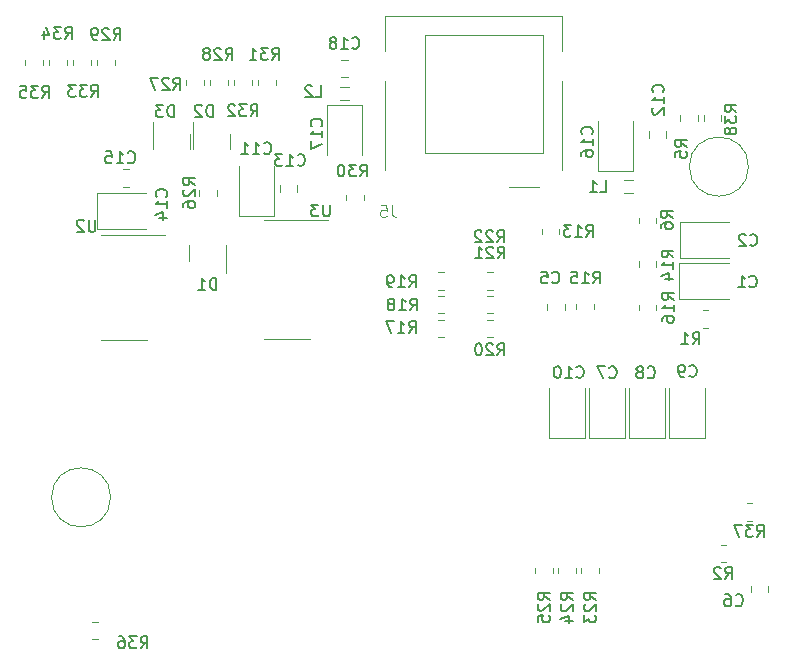
<source format=gbr>
%TF.GenerationSoftware,KiCad,Pcbnew,7.0.7*%
%TF.CreationDate,2024-07-14T10:34:44+05:00*%
%TF.ProjectId,ZXMagic F411,5a584d61-6769-4632-9046-3431312e6b69,rev?*%
%TF.SameCoordinates,Original*%
%TF.FileFunction,Legend,Bot*%
%TF.FilePolarity,Positive*%
%FSLAX46Y46*%
G04 Gerber Fmt 4.6, Leading zero omitted, Abs format (unit mm)*
G04 Created by KiCad (PCBNEW 7.0.7) date 2024-07-14 10:34:44*
%MOMM*%
%LPD*%
G01*
G04 APERTURE LIST*
%ADD10C,0.100000*%
%ADD11C,0.150000*%
%ADD12C,0.120000*%
G04 APERTURE END LIST*
D10*
X129500000Y-36000000D02*
G75*
G03*
X129500000Y-36000000I-2500000J0D01*
G01*
X75500000Y-64000000D02*
G75*
G03*
X75500000Y-64000000I-2500000J0D01*
G01*
D11*
X124499866Y-53712380D02*
X124547485Y-53760000D01*
X124547485Y-53760000D02*
X124690342Y-53807619D01*
X124690342Y-53807619D02*
X124785580Y-53807619D01*
X124785580Y-53807619D02*
X124928437Y-53760000D01*
X124928437Y-53760000D02*
X125023675Y-53664761D01*
X125023675Y-53664761D02*
X125071294Y-53569523D01*
X125071294Y-53569523D02*
X125118913Y-53379047D01*
X125118913Y-53379047D02*
X125118913Y-53236190D01*
X125118913Y-53236190D02*
X125071294Y-53045714D01*
X125071294Y-53045714D02*
X125023675Y-52950476D01*
X125023675Y-52950476D02*
X124928437Y-52855238D01*
X124928437Y-52855238D02*
X124785580Y-52807619D01*
X124785580Y-52807619D02*
X124690342Y-52807619D01*
X124690342Y-52807619D02*
X124547485Y-52855238D01*
X124547485Y-52855238D02*
X124499866Y-52902857D01*
X124023675Y-53807619D02*
X123833199Y-53807619D01*
X123833199Y-53807619D02*
X123737961Y-53760000D01*
X123737961Y-53760000D02*
X123690342Y-53712380D01*
X123690342Y-53712380D02*
X123595104Y-53569523D01*
X123595104Y-53569523D02*
X123547485Y-53379047D01*
X123547485Y-53379047D02*
X123547485Y-52998095D01*
X123547485Y-52998095D02*
X123595104Y-52902857D01*
X123595104Y-52902857D02*
X123642723Y-52855238D01*
X123642723Y-52855238D02*
X123737961Y-52807619D01*
X123737961Y-52807619D02*
X123928437Y-52807619D01*
X123928437Y-52807619D02*
X124023675Y-52855238D01*
X124023675Y-52855238D02*
X124071294Y-52902857D01*
X124071294Y-52902857D02*
X124118913Y-52998095D01*
X124118913Y-52998095D02*
X124118913Y-53236190D01*
X124118913Y-53236190D02*
X124071294Y-53331428D01*
X124071294Y-53331428D02*
X124023675Y-53379047D01*
X124023675Y-53379047D02*
X123928437Y-53426666D01*
X123928437Y-53426666D02*
X123737961Y-53426666D01*
X123737961Y-53426666D02*
X123642723Y-53379047D01*
X123642723Y-53379047D02*
X123595104Y-53331428D01*
X123595104Y-53331428D02*
X123547485Y-53236190D01*
X73822857Y-30079819D02*
X74156190Y-29603628D01*
X74394285Y-30079819D02*
X74394285Y-29079819D01*
X74394285Y-29079819D02*
X74013333Y-29079819D01*
X74013333Y-29079819D02*
X73918095Y-29127438D01*
X73918095Y-29127438D02*
X73870476Y-29175057D01*
X73870476Y-29175057D02*
X73822857Y-29270295D01*
X73822857Y-29270295D02*
X73822857Y-29413152D01*
X73822857Y-29413152D02*
X73870476Y-29508390D01*
X73870476Y-29508390D02*
X73918095Y-29556009D01*
X73918095Y-29556009D02*
X74013333Y-29603628D01*
X74013333Y-29603628D02*
X74394285Y-29603628D01*
X73489523Y-29079819D02*
X72870476Y-29079819D01*
X72870476Y-29079819D02*
X73203809Y-29460771D01*
X73203809Y-29460771D02*
X73060952Y-29460771D01*
X73060952Y-29460771D02*
X72965714Y-29508390D01*
X72965714Y-29508390D02*
X72918095Y-29556009D01*
X72918095Y-29556009D02*
X72870476Y-29651247D01*
X72870476Y-29651247D02*
X72870476Y-29889342D01*
X72870476Y-29889342D02*
X72918095Y-29984580D01*
X72918095Y-29984580D02*
X72965714Y-30032200D01*
X72965714Y-30032200D02*
X73060952Y-30079819D01*
X73060952Y-30079819D02*
X73346666Y-30079819D01*
X73346666Y-30079819D02*
X73441904Y-30032200D01*
X73441904Y-30032200D02*
X73489523Y-29984580D01*
X72537142Y-29079819D02*
X71918095Y-29079819D01*
X71918095Y-29079819D02*
X72251428Y-29460771D01*
X72251428Y-29460771D02*
X72108571Y-29460771D01*
X72108571Y-29460771D02*
X72013333Y-29508390D01*
X72013333Y-29508390D02*
X71965714Y-29556009D01*
X71965714Y-29556009D02*
X71918095Y-29651247D01*
X71918095Y-29651247D02*
X71918095Y-29889342D01*
X71918095Y-29889342D02*
X71965714Y-29984580D01*
X71965714Y-29984580D02*
X72013333Y-30032200D01*
X72013333Y-30032200D02*
X72108571Y-30079819D01*
X72108571Y-30079819D02*
X72394285Y-30079819D01*
X72394285Y-30079819D02*
X72489523Y-30032200D01*
X72489523Y-30032200D02*
X72537142Y-29984580D01*
X116352857Y-45894819D02*
X116686190Y-45418628D01*
X116924285Y-45894819D02*
X116924285Y-44894819D01*
X116924285Y-44894819D02*
X116543333Y-44894819D01*
X116543333Y-44894819D02*
X116448095Y-44942438D01*
X116448095Y-44942438D02*
X116400476Y-44990057D01*
X116400476Y-44990057D02*
X116352857Y-45085295D01*
X116352857Y-45085295D02*
X116352857Y-45228152D01*
X116352857Y-45228152D02*
X116400476Y-45323390D01*
X116400476Y-45323390D02*
X116448095Y-45371009D01*
X116448095Y-45371009D02*
X116543333Y-45418628D01*
X116543333Y-45418628D02*
X116924285Y-45418628D01*
X115400476Y-45894819D02*
X115971904Y-45894819D01*
X115686190Y-45894819D02*
X115686190Y-44894819D01*
X115686190Y-44894819D02*
X115781428Y-45037676D01*
X115781428Y-45037676D02*
X115876666Y-45132914D01*
X115876666Y-45132914D02*
X115971904Y-45180533D01*
X114495714Y-44894819D02*
X114971904Y-44894819D01*
X114971904Y-44894819D02*
X115019523Y-45371009D01*
X115019523Y-45371009D02*
X114971904Y-45323390D01*
X114971904Y-45323390D02*
X114876666Y-45275771D01*
X114876666Y-45275771D02*
X114638571Y-45275771D01*
X114638571Y-45275771D02*
X114543333Y-45323390D01*
X114543333Y-45323390D02*
X114495714Y-45371009D01*
X114495714Y-45371009D02*
X114448095Y-45466247D01*
X114448095Y-45466247D02*
X114448095Y-45704342D01*
X114448095Y-45704342D02*
X114495714Y-45799580D01*
X114495714Y-45799580D02*
X114543333Y-45847200D01*
X114543333Y-45847200D02*
X114638571Y-45894819D01*
X114638571Y-45894819D02*
X114876666Y-45894819D01*
X114876666Y-45894819D02*
X114971904Y-45847200D01*
X114971904Y-45847200D02*
X115019523Y-45799580D01*
X89167857Y-26959819D02*
X89501190Y-26483628D01*
X89739285Y-26959819D02*
X89739285Y-25959819D01*
X89739285Y-25959819D02*
X89358333Y-25959819D01*
X89358333Y-25959819D02*
X89263095Y-26007438D01*
X89263095Y-26007438D02*
X89215476Y-26055057D01*
X89215476Y-26055057D02*
X89167857Y-26150295D01*
X89167857Y-26150295D02*
X89167857Y-26293152D01*
X89167857Y-26293152D02*
X89215476Y-26388390D01*
X89215476Y-26388390D02*
X89263095Y-26436009D01*
X89263095Y-26436009D02*
X89358333Y-26483628D01*
X89358333Y-26483628D02*
X89739285Y-26483628D01*
X88834523Y-25959819D02*
X88215476Y-25959819D01*
X88215476Y-25959819D02*
X88548809Y-26340771D01*
X88548809Y-26340771D02*
X88405952Y-26340771D01*
X88405952Y-26340771D02*
X88310714Y-26388390D01*
X88310714Y-26388390D02*
X88263095Y-26436009D01*
X88263095Y-26436009D02*
X88215476Y-26531247D01*
X88215476Y-26531247D02*
X88215476Y-26769342D01*
X88215476Y-26769342D02*
X88263095Y-26864580D01*
X88263095Y-26864580D02*
X88310714Y-26912200D01*
X88310714Y-26912200D02*
X88405952Y-26959819D01*
X88405952Y-26959819D02*
X88691666Y-26959819D01*
X88691666Y-26959819D02*
X88786904Y-26912200D01*
X88786904Y-26912200D02*
X88834523Y-26864580D01*
X87263095Y-26959819D02*
X87834523Y-26959819D01*
X87548809Y-26959819D02*
X87548809Y-25959819D01*
X87548809Y-25959819D02*
X87644047Y-26102676D01*
X87644047Y-26102676D02*
X87739285Y-26197914D01*
X87739285Y-26197914D02*
X87834523Y-26245533D01*
X120975066Y-53825780D02*
X121022685Y-53873400D01*
X121022685Y-53873400D02*
X121165542Y-53921019D01*
X121165542Y-53921019D02*
X121260780Y-53921019D01*
X121260780Y-53921019D02*
X121403637Y-53873400D01*
X121403637Y-53873400D02*
X121498875Y-53778161D01*
X121498875Y-53778161D02*
X121546494Y-53682923D01*
X121546494Y-53682923D02*
X121594113Y-53492447D01*
X121594113Y-53492447D02*
X121594113Y-53349590D01*
X121594113Y-53349590D02*
X121546494Y-53159114D01*
X121546494Y-53159114D02*
X121498875Y-53063876D01*
X121498875Y-53063876D02*
X121403637Y-52968638D01*
X121403637Y-52968638D02*
X121260780Y-52921019D01*
X121260780Y-52921019D02*
X121165542Y-52921019D01*
X121165542Y-52921019D02*
X121022685Y-52968638D01*
X121022685Y-52968638D02*
X120975066Y-53016257D01*
X120403637Y-53349590D02*
X120498875Y-53301971D01*
X120498875Y-53301971D02*
X120546494Y-53254352D01*
X120546494Y-53254352D02*
X120594113Y-53159114D01*
X120594113Y-53159114D02*
X120594113Y-53111495D01*
X120594113Y-53111495D02*
X120546494Y-53016257D01*
X120546494Y-53016257D02*
X120498875Y-52968638D01*
X120498875Y-52968638D02*
X120403637Y-52921019D01*
X120403637Y-52921019D02*
X120213161Y-52921019D01*
X120213161Y-52921019D02*
X120117923Y-52968638D01*
X120117923Y-52968638D02*
X120070304Y-53016257D01*
X120070304Y-53016257D02*
X120022685Y-53111495D01*
X120022685Y-53111495D02*
X120022685Y-53159114D01*
X120022685Y-53159114D02*
X120070304Y-53254352D01*
X120070304Y-53254352D02*
X120117923Y-53301971D01*
X120117923Y-53301971D02*
X120213161Y-53349590D01*
X120213161Y-53349590D02*
X120403637Y-53349590D01*
X120403637Y-53349590D02*
X120498875Y-53397209D01*
X120498875Y-53397209D02*
X120546494Y-53444828D01*
X120546494Y-53444828D02*
X120594113Y-53540066D01*
X120594113Y-53540066D02*
X120594113Y-53730542D01*
X120594113Y-53730542D02*
X120546494Y-53825780D01*
X120546494Y-53825780D02*
X120498875Y-53873400D01*
X120498875Y-53873400D02*
X120403637Y-53921019D01*
X120403637Y-53921019D02*
X120213161Y-53921019D01*
X120213161Y-53921019D02*
X120117923Y-53873400D01*
X120117923Y-53873400D02*
X120070304Y-53825780D01*
X120070304Y-53825780D02*
X120022685Y-53730542D01*
X120022685Y-53730542D02*
X120022685Y-53540066D01*
X120022685Y-53540066D02*
X120070304Y-53444828D01*
X120070304Y-53444828D02*
X120117923Y-53397209D01*
X120117923Y-53397209D02*
X120213161Y-53349590D01*
X123074819Y-40343333D02*
X122598628Y-40010000D01*
X123074819Y-39771905D02*
X122074819Y-39771905D01*
X122074819Y-39771905D02*
X122074819Y-40152857D01*
X122074819Y-40152857D02*
X122122438Y-40248095D01*
X122122438Y-40248095D02*
X122170057Y-40295714D01*
X122170057Y-40295714D02*
X122265295Y-40343333D01*
X122265295Y-40343333D02*
X122408152Y-40343333D01*
X122408152Y-40343333D02*
X122503390Y-40295714D01*
X122503390Y-40295714D02*
X122551009Y-40248095D01*
X122551009Y-40248095D02*
X122598628Y-40152857D01*
X122598628Y-40152857D02*
X122598628Y-39771905D01*
X122074819Y-41200476D02*
X122074819Y-41010000D01*
X122074819Y-41010000D02*
X122122438Y-40914762D01*
X122122438Y-40914762D02*
X122170057Y-40867143D01*
X122170057Y-40867143D02*
X122312914Y-40771905D01*
X122312914Y-40771905D02*
X122503390Y-40724286D01*
X122503390Y-40724286D02*
X122884342Y-40724286D01*
X122884342Y-40724286D02*
X122979580Y-40771905D01*
X122979580Y-40771905D02*
X123027200Y-40819524D01*
X123027200Y-40819524D02*
X123074819Y-40914762D01*
X123074819Y-40914762D02*
X123074819Y-41105238D01*
X123074819Y-41105238D02*
X123027200Y-41200476D01*
X123027200Y-41200476D02*
X122979580Y-41248095D01*
X122979580Y-41248095D02*
X122884342Y-41295714D01*
X122884342Y-41295714D02*
X122646247Y-41295714D01*
X122646247Y-41295714D02*
X122551009Y-41248095D01*
X122551009Y-41248095D02*
X122503390Y-41200476D01*
X122503390Y-41200476D02*
X122455771Y-41105238D01*
X122455771Y-41105238D02*
X122455771Y-40914762D01*
X122455771Y-40914762D02*
X122503390Y-40819524D01*
X122503390Y-40819524D02*
X122551009Y-40771905D01*
X122551009Y-40771905D02*
X122646247Y-40724286D01*
D10*
X99313333Y-39267419D02*
X99313333Y-39981704D01*
X99313333Y-39981704D02*
X99360952Y-40124561D01*
X99360952Y-40124561D02*
X99456190Y-40219800D01*
X99456190Y-40219800D02*
X99599047Y-40267419D01*
X99599047Y-40267419D02*
X99694285Y-40267419D01*
X98360952Y-39267419D02*
X98837142Y-39267419D01*
X98837142Y-39267419D02*
X98884761Y-39743609D01*
X98884761Y-39743609D02*
X98837142Y-39695990D01*
X98837142Y-39695990D02*
X98741904Y-39648371D01*
X98741904Y-39648371D02*
X98503809Y-39648371D01*
X98503809Y-39648371D02*
X98408571Y-39695990D01*
X98408571Y-39695990D02*
X98360952Y-39743609D01*
X98360952Y-39743609D02*
X98313333Y-39838847D01*
X98313333Y-39838847D02*
X98313333Y-40076942D01*
X98313333Y-40076942D02*
X98360952Y-40172180D01*
X98360952Y-40172180D02*
X98408571Y-40219800D01*
X98408571Y-40219800D02*
X98503809Y-40267419D01*
X98503809Y-40267419D02*
X98741904Y-40267419D01*
X98741904Y-40267419D02*
X98837142Y-40219800D01*
X98837142Y-40219800D02*
X98884761Y-40172180D01*
D11*
X76952857Y-35619580D02*
X77000476Y-35667200D01*
X77000476Y-35667200D02*
X77143333Y-35714819D01*
X77143333Y-35714819D02*
X77238571Y-35714819D01*
X77238571Y-35714819D02*
X77381428Y-35667200D01*
X77381428Y-35667200D02*
X77476666Y-35571961D01*
X77476666Y-35571961D02*
X77524285Y-35476723D01*
X77524285Y-35476723D02*
X77571904Y-35286247D01*
X77571904Y-35286247D02*
X77571904Y-35143390D01*
X77571904Y-35143390D02*
X77524285Y-34952914D01*
X77524285Y-34952914D02*
X77476666Y-34857676D01*
X77476666Y-34857676D02*
X77381428Y-34762438D01*
X77381428Y-34762438D02*
X77238571Y-34714819D01*
X77238571Y-34714819D02*
X77143333Y-34714819D01*
X77143333Y-34714819D02*
X77000476Y-34762438D01*
X77000476Y-34762438D02*
X76952857Y-34810057D01*
X76000476Y-35714819D02*
X76571904Y-35714819D01*
X76286190Y-35714819D02*
X76286190Y-34714819D01*
X76286190Y-34714819D02*
X76381428Y-34857676D01*
X76381428Y-34857676D02*
X76476666Y-34952914D01*
X76476666Y-34952914D02*
X76571904Y-35000533D01*
X75095714Y-34714819D02*
X75571904Y-34714819D01*
X75571904Y-34714819D02*
X75619523Y-35191009D01*
X75619523Y-35191009D02*
X75571904Y-35143390D01*
X75571904Y-35143390D02*
X75476666Y-35095771D01*
X75476666Y-35095771D02*
X75238571Y-35095771D01*
X75238571Y-35095771D02*
X75143333Y-35143390D01*
X75143333Y-35143390D02*
X75095714Y-35191009D01*
X75095714Y-35191009D02*
X75048095Y-35286247D01*
X75048095Y-35286247D02*
X75048095Y-35524342D01*
X75048095Y-35524342D02*
X75095714Y-35619580D01*
X75095714Y-35619580D02*
X75143333Y-35667200D01*
X75143333Y-35667200D02*
X75238571Y-35714819D01*
X75238571Y-35714819D02*
X75476666Y-35714819D01*
X75476666Y-35714819D02*
X75571904Y-35667200D01*
X75571904Y-35667200D02*
X75619523Y-35619580D01*
X69703657Y-30159819D02*
X70036990Y-29683628D01*
X70275085Y-30159819D02*
X70275085Y-29159819D01*
X70275085Y-29159819D02*
X69894133Y-29159819D01*
X69894133Y-29159819D02*
X69798895Y-29207438D01*
X69798895Y-29207438D02*
X69751276Y-29255057D01*
X69751276Y-29255057D02*
X69703657Y-29350295D01*
X69703657Y-29350295D02*
X69703657Y-29493152D01*
X69703657Y-29493152D02*
X69751276Y-29588390D01*
X69751276Y-29588390D02*
X69798895Y-29636009D01*
X69798895Y-29636009D02*
X69894133Y-29683628D01*
X69894133Y-29683628D02*
X70275085Y-29683628D01*
X69370323Y-29159819D02*
X68751276Y-29159819D01*
X68751276Y-29159819D02*
X69084609Y-29540771D01*
X69084609Y-29540771D02*
X68941752Y-29540771D01*
X68941752Y-29540771D02*
X68846514Y-29588390D01*
X68846514Y-29588390D02*
X68798895Y-29636009D01*
X68798895Y-29636009D02*
X68751276Y-29731247D01*
X68751276Y-29731247D02*
X68751276Y-29969342D01*
X68751276Y-29969342D02*
X68798895Y-30064580D01*
X68798895Y-30064580D02*
X68846514Y-30112200D01*
X68846514Y-30112200D02*
X68941752Y-30159819D01*
X68941752Y-30159819D02*
X69227466Y-30159819D01*
X69227466Y-30159819D02*
X69322704Y-30112200D01*
X69322704Y-30112200D02*
X69370323Y-30064580D01*
X67846514Y-29159819D02*
X68322704Y-29159819D01*
X68322704Y-29159819D02*
X68370323Y-29636009D01*
X68370323Y-29636009D02*
X68322704Y-29588390D01*
X68322704Y-29588390D02*
X68227466Y-29540771D01*
X68227466Y-29540771D02*
X67989371Y-29540771D01*
X67989371Y-29540771D02*
X67894133Y-29588390D01*
X67894133Y-29588390D02*
X67846514Y-29636009D01*
X67846514Y-29636009D02*
X67798895Y-29731247D01*
X67798895Y-29731247D02*
X67798895Y-29969342D01*
X67798895Y-29969342D02*
X67846514Y-30064580D01*
X67846514Y-30064580D02*
X67894133Y-30112200D01*
X67894133Y-30112200D02*
X67989371Y-30159819D01*
X67989371Y-30159819D02*
X68227466Y-30159819D01*
X68227466Y-30159819D02*
X68322704Y-30112200D01*
X68322704Y-30112200D02*
X68370323Y-30064580D01*
X128416666Y-73119580D02*
X128464285Y-73167200D01*
X128464285Y-73167200D02*
X128607142Y-73214819D01*
X128607142Y-73214819D02*
X128702380Y-73214819D01*
X128702380Y-73214819D02*
X128845237Y-73167200D01*
X128845237Y-73167200D02*
X128940475Y-73071961D01*
X128940475Y-73071961D02*
X128988094Y-72976723D01*
X128988094Y-72976723D02*
X129035713Y-72786247D01*
X129035713Y-72786247D02*
X129035713Y-72643390D01*
X129035713Y-72643390D02*
X128988094Y-72452914D01*
X128988094Y-72452914D02*
X128940475Y-72357676D01*
X128940475Y-72357676D02*
X128845237Y-72262438D01*
X128845237Y-72262438D02*
X128702380Y-72214819D01*
X128702380Y-72214819D02*
X128607142Y-72214819D01*
X128607142Y-72214819D02*
X128464285Y-72262438D01*
X128464285Y-72262438D02*
X128416666Y-72310057D01*
X127559523Y-72214819D02*
X127749999Y-72214819D01*
X127749999Y-72214819D02*
X127845237Y-72262438D01*
X127845237Y-72262438D02*
X127892856Y-72310057D01*
X127892856Y-72310057D02*
X127988094Y-72452914D01*
X127988094Y-72452914D02*
X128035713Y-72643390D01*
X128035713Y-72643390D02*
X128035713Y-73024342D01*
X128035713Y-73024342D02*
X127988094Y-73119580D01*
X127988094Y-73119580D02*
X127940475Y-73167200D01*
X127940475Y-73167200D02*
X127845237Y-73214819D01*
X127845237Y-73214819D02*
X127654761Y-73214819D01*
X127654761Y-73214819D02*
X127559523Y-73167200D01*
X127559523Y-73167200D02*
X127511904Y-73119580D01*
X127511904Y-73119580D02*
X127464285Y-73024342D01*
X127464285Y-73024342D02*
X127464285Y-72786247D01*
X127464285Y-72786247D02*
X127511904Y-72691009D01*
X127511904Y-72691009D02*
X127559523Y-72643390D01*
X127559523Y-72643390D02*
X127654761Y-72595771D01*
X127654761Y-72595771D02*
X127845237Y-72595771D01*
X127845237Y-72595771D02*
X127940475Y-72643390D01*
X127940475Y-72643390D02*
X127988094Y-72691009D01*
X127988094Y-72691009D02*
X128035713Y-72786247D01*
X100762857Y-50084819D02*
X101096190Y-49608628D01*
X101334285Y-50084819D02*
X101334285Y-49084819D01*
X101334285Y-49084819D02*
X100953333Y-49084819D01*
X100953333Y-49084819D02*
X100858095Y-49132438D01*
X100858095Y-49132438D02*
X100810476Y-49180057D01*
X100810476Y-49180057D02*
X100762857Y-49275295D01*
X100762857Y-49275295D02*
X100762857Y-49418152D01*
X100762857Y-49418152D02*
X100810476Y-49513390D01*
X100810476Y-49513390D02*
X100858095Y-49561009D01*
X100858095Y-49561009D02*
X100953333Y-49608628D01*
X100953333Y-49608628D02*
X101334285Y-49608628D01*
X99810476Y-50084819D02*
X100381904Y-50084819D01*
X100096190Y-50084819D02*
X100096190Y-49084819D01*
X100096190Y-49084819D02*
X100191428Y-49227676D01*
X100191428Y-49227676D02*
X100286666Y-49322914D01*
X100286666Y-49322914D02*
X100381904Y-49370533D01*
X99477142Y-49084819D02*
X98810476Y-49084819D01*
X98810476Y-49084819D02*
X99239047Y-50084819D01*
X116249580Y-33258242D02*
X116297200Y-33210623D01*
X116297200Y-33210623D02*
X116344819Y-33067766D01*
X116344819Y-33067766D02*
X116344819Y-32972528D01*
X116344819Y-32972528D02*
X116297200Y-32829671D01*
X116297200Y-32829671D02*
X116201961Y-32734433D01*
X116201961Y-32734433D02*
X116106723Y-32686814D01*
X116106723Y-32686814D02*
X115916247Y-32639195D01*
X115916247Y-32639195D02*
X115773390Y-32639195D01*
X115773390Y-32639195D02*
X115582914Y-32686814D01*
X115582914Y-32686814D02*
X115487676Y-32734433D01*
X115487676Y-32734433D02*
X115392438Y-32829671D01*
X115392438Y-32829671D02*
X115344819Y-32972528D01*
X115344819Y-32972528D02*
X115344819Y-33067766D01*
X115344819Y-33067766D02*
X115392438Y-33210623D01*
X115392438Y-33210623D02*
X115440057Y-33258242D01*
X116344819Y-34210623D02*
X116344819Y-33639195D01*
X116344819Y-33924909D02*
X115344819Y-33924909D01*
X115344819Y-33924909D02*
X115487676Y-33829671D01*
X115487676Y-33829671D02*
X115582914Y-33734433D01*
X115582914Y-33734433D02*
X115630533Y-33639195D01*
X115344819Y-35067766D02*
X115344819Y-34877290D01*
X115344819Y-34877290D02*
X115392438Y-34782052D01*
X115392438Y-34782052D02*
X115440057Y-34734433D01*
X115440057Y-34734433D02*
X115582914Y-34639195D01*
X115582914Y-34639195D02*
X115773390Y-34591576D01*
X115773390Y-34591576D02*
X116154342Y-34591576D01*
X116154342Y-34591576D02*
X116249580Y-34639195D01*
X116249580Y-34639195D02*
X116297200Y-34686814D01*
X116297200Y-34686814D02*
X116344819Y-34782052D01*
X116344819Y-34782052D02*
X116344819Y-34972528D01*
X116344819Y-34972528D02*
X116297200Y-35067766D01*
X116297200Y-35067766D02*
X116249580Y-35115385D01*
X116249580Y-35115385D02*
X116154342Y-35163004D01*
X116154342Y-35163004D02*
X115916247Y-35163004D01*
X115916247Y-35163004D02*
X115821009Y-35115385D01*
X115821009Y-35115385D02*
X115773390Y-35067766D01*
X115773390Y-35067766D02*
X115725771Y-34972528D01*
X115725771Y-34972528D02*
X115725771Y-34782052D01*
X115725771Y-34782052D02*
X115773390Y-34686814D01*
X115773390Y-34686814D02*
X115821009Y-34639195D01*
X115821009Y-34639195D02*
X115916247Y-34591576D01*
X78037857Y-76779819D02*
X78371190Y-76303628D01*
X78609285Y-76779819D02*
X78609285Y-75779819D01*
X78609285Y-75779819D02*
X78228333Y-75779819D01*
X78228333Y-75779819D02*
X78133095Y-75827438D01*
X78133095Y-75827438D02*
X78085476Y-75875057D01*
X78085476Y-75875057D02*
X78037857Y-75970295D01*
X78037857Y-75970295D02*
X78037857Y-76113152D01*
X78037857Y-76113152D02*
X78085476Y-76208390D01*
X78085476Y-76208390D02*
X78133095Y-76256009D01*
X78133095Y-76256009D02*
X78228333Y-76303628D01*
X78228333Y-76303628D02*
X78609285Y-76303628D01*
X77704523Y-75779819D02*
X77085476Y-75779819D01*
X77085476Y-75779819D02*
X77418809Y-76160771D01*
X77418809Y-76160771D02*
X77275952Y-76160771D01*
X77275952Y-76160771D02*
X77180714Y-76208390D01*
X77180714Y-76208390D02*
X77133095Y-76256009D01*
X77133095Y-76256009D02*
X77085476Y-76351247D01*
X77085476Y-76351247D02*
X77085476Y-76589342D01*
X77085476Y-76589342D02*
X77133095Y-76684580D01*
X77133095Y-76684580D02*
X77180714Y-76732200D01*
X77180714Y-76732200D02*
X77275952Y-76779819D01*
X77275952Y-76779819D02*
X77561666Y-76779819D01*
X77561666Y-76779819D02*
X77656904Y-76732200D01*
X77656904Y-76732200D02*
X77704523Y-76684580D01*
X76228333Y-75779819D02*
X76418809Y-75779819D01*
X76418809Y-75779819D02*
X76514047Y-75827438D01*
X76514047Y-75827438D02*
X76561666Y-75875057D01*
X76561666Y-75875057D02*
X76656904Y-76017914D01*
X76656904Y-76017914D02*
X76704523Y-76208390D01*
X76704523Y-76208390D02*
X76704523Y-76589342D01*
X76704523Y-76589342D02*
X76656904Y-76684580D01*
X76656904Y-76684580D02*
X76609285Y-76732200D01*
X76609285Y-76732200D02*
X76514047Y-76779819D01*
X76514047Y-76779819D02*
X76323571Y-76779819D01*
X76323571Y-76779819D02*
X76228333Y-76732200D01*
X76228333Y-76732200D02*
X76180714Y-76684580D01*
X76180714Y-76684580D02*
X76133095Y-76589342D01*
X76133095Y-76589342D02*
X76133095Y-76351247D01*
X76133095Y-76351247D02*
X76180714Y-76256009D01*
X76180714Y-76256009D02*
X76228333Y-76208390D01*
X76228333Y-76208390D02*
X76323571Y-76160771D01*
X76323571Y-76160771D02*
X76514047Y-76160771D01*
X76514047Y-76160771D02*
X76609285Y-76208390D01*
X76609285Y-76208390D02*
X76656904Y-76256009D01*
X76656904Y-76256009D02*
X76704523Y-76351247D01*
X84448094Y-46424819D02*
X84448094Y-45424819D01*
X84448094Y-45424819D02*
X84209999Y-45424819D01*
X84209999Y-45424819D02*
X84067142Y-45472438D01*
X84067142Y-45472438D02*
X83971904Y-45567676D01*
X83971904Y-45567676D02*
X83924285Y-45662914D01*
X83924285Y-45662914D02*
X83876666Y-45853390D01*
X83876666Y-45853390D02*
X83876666Y-45996247D01*
X83876666Y-45996247D02*
X83924285Y-46186723D01*
X83924285Y-46186723D02*
X83971904Y-46281961D01*
X83971904Y-46281961D02*
X84067142Y-46377200D01*
X84067142Y-46377200D02*
X84209999Y-46424819D01*
X84209999Y-46424819D02*
X84448094Y-46424819D01*
X82924285Y-46424819D02*
X83495713Y-46424819D01*
X83209999Y-46424819D02*
X83209999Y-45424819D01*
X83209999Y-45424819D02*
X83305237Y-45567676D01*
X83305237Y-45567676D02*
X83400475Y-45662914D01*
X83400475Y-45662914D02*
X83495713Y-45710533D01*
X80822857Y-29484819D02*
X81156190Y-29008628D01*
X81394285Y-29484819D02*
X81394285Y-28484819D01*
X81394285Y-28484819D02*
X81013333Y-28484819D01*
X81013333Y-28484819D02*
X80918095Y-28532438D01*
X80918095Y-28532438D02*
X80870476Y-28580057D01*
X80870476Y-28580057D02*
X80822857Y-28675295D01*
X80822857Y-28675295D02*
X80822857Y-28818152D01*
X80822857Y-28818152D02*
X80870476Y-28913390D01*
X80870476Y-28913390D02*
X80918095Y-28961009D01*
X80918095Y-28961009D02*
X81013333Y-29008628D01*
X81013333Y-29008628D02*
X81394285Y-29008628D01*
X80441904Y-28580057D02*
X80394285Y-28532438D01*
X80394285Y-28532438D02*
X80299047Y-28484819D01*
X80299047Y-28484819D02*
X80060952Y-28484819D01*
X80060952Y-28484819D02*
X79965714Y-28532438D01*
X79965714Y-28532438D02*
X79918095Y-28580057D01*
X79918095Y-28580057D02*
X79870476Y-28675295D01*
X79870476Y-28675295D02*
X79870476Y-28770533D01*
X79870476Y-28770533D02*
X79918095Y-28913390D01*
X79918095Y-28913390D02*
X80489523Y-29484819D01*
X80489523Y-29484819D02*
X79870476Y-29484819D01*
X79537142Y-28484819D02*
X78870476Y-28484819D01*
X78870476Y-28484819D02*
X79299047Y-29484819D01*
X108232857Y-42404819D02*
X108566190Y-41928628D01*
X108804285Y-42404819D02*
X108804285Y-41404819D01*
X108804285Y-41404819D02*
X108423333Y-41404819D01*
X108423333Y-41404819D02*
X108328095Y-41452438D01*
X108328095Y-41452438D02*
X108280476Y-41500057D01*
X108280476Y-41500057D02*
X108232857Y-41595295D01*
X108232857Y-41595295D02*
X108232857Y-41738152D01*
X108232857Y-41738152D02*
X108280476Y-41833390D01*
X108280476Y-41833390D02*
X108328095Y-41881009D01*
X108328095Y-41881009D02*
X108423333Y-41928628D01*
X108423333Y-41928628D02*
X108804285Y-41928628D01*
X107851904Y-41500057D02*
X107804285Y-41452438D01*
X107804285Y-41452438D02*
X107709047Y-41404819D01*
X107709047Y-41404819D02*
X107470952Y-41404819D01*
X107470952Y-41404819D02*
X107375714Y-41452438D01*
X107375714Y-41452438D02*
X107328095Y-41500057D01*
X107328095Y-41500057D02*
X107280476Y-41595295D01*
X107280476Y-41595295D02*
X107280476Y-41690533D01*
X107280476Y-41690533D02*
X107328095Y-41833390D01*
X107328095Y-41833390D02*
X107899523Y-42404819D01*
X107899523Y-42404819D02*
X107280476Y-42404819D01*
X106899523Y-41500057D02*
X106851904Y-41452438D01*
X106851904Y-41452438D02*
X106756666Y-41404819D01*
X106756666Y-41404819D02*
X106518571Y-41404819D01*
X106518571Y-41404819D02*
X106423333Y-41452438D01*
X106423333Y-41452438D02*
X106375714Y-41500057D01*
X106375714Y-41500057D02*
X106328095Y-41595295D01*
X106328095Y-41595295D02*
X106328095Y-41690533D01*
X106328095Y-41690533D02*
X106375714Y-41833390D01*
X106375714Y-41833390D02*
X106947142Y-42404819D01*
X106947142Y-42404819D02*
X106328095Y-42404819D01*
X80858094Y-31784819D02*
X80858094Y-30784819D01*
X80858094Y-30784819D02*
X80619999Y-30784819D01*
X80619999Y-30784819D02*
X80477142Y-30832438D01*
X80477142Y-30832438D02*
X80381904Y-30927676D01*
X80381904Y-30927676D02*
X80334285Y-31022914D01*
X80334285Y-31022914D02*
X80286666Y-31213390D01*
X80286666Y-31213390D02*
X80286666Y-31356247D01*
X80286666Y-31356247D02*
X80334285Y-31546723D01*
X80334285Y-31546723D02*
X80381904Y-31641961D01*
X80381904Y-31641961D02*
X80477142Y-31737200D01*
X80477142Y-31737200D02*
X80619999Y-31784819D01*
X80619999Y-31784819D02*
X80858094Y-31784819D01*
X79953332Y-30784819D02*
X79334285Y-30784819D01*
X79334285Y-30784819D02*
X79667618Y-31165771D01*
X79667618Y-31165771D02*
X79524761Y-31165771D01*
X79524761Y-31165771D02*
X79429523Y-31213390D01*
X79429523Y-31213390D02*
X79381904Y-31261009D01*
X79381904Y-31261009D02*
X79334285Y-31356247D01*
X79334285Y-31356247D02*
X79334285Y-31594342D01*
X79334285Y-31594342D02*
X79381904Y-31689580D01*
X79381904Y-31689580D02*
X79429523Y-31737200D01*
X79429523Y-31737200D02*
X79524761Y-31784819D01*
X79524761Y-31784819D02*
X79810475Y-31784819D01*
X79810475Y-31784819D02*
X79905713Y-31737200D01*
X79905713Y-31737200D02*
X79953332Y-31689580D01*
X114611819Y-72688742D02*
X114135628Y-72355409D01*
X114611819Y-72117314D02*
X113611819Y-72117314D01*
X113611819Y-72117314D02*
X113611819Y-72498266D01*
X113611819Y-72498266D02*
X113659438Y-72593504D01*
X113659438Y-72593504D02*
X113707057Y-72641123D01*
X113707057Y-72641123D02*
X113802295Y-72688742D01*
X113802295Y-72688742D02*
X113945152Y-72688742D01*
X113945152Y-72688742D02*
X114040390Y-72641123D01*
X114040390Y-72641123D02*
X114088009Y-72593504D01*
X114088009Y-72593504D02*
X114135628Y-72498266D01*
X114135628Y-72498266D02*
X114135628Y-72117314D01*
X113707057Y-73069695D02*
X113659438Y-73117314D01*
X113659438Y-73117314D02*
X113611819Y-73212552D01*
X113611819Y-73212552D02*
X113611819Y-73450647D01*
X113611819Y-73450647D02*
X113659438Y-73545885D01*
X113659438Y-73545885D02*
X113707057Y-73593504D01*
X113707057Y-73593504D02*
X113802295Y-73641123D01*
X113802295Y-73641123D02*
X113897533Y-73641123D01*
X113897533Y-73641123D02*
X114040390Y-73593504D01*
X114040390Y-73593504D02*
X114611819Y-73022076D01*
X114611819Y-73022076D02*
X114611819Y-73641123D01*
X113945152Y-74498266D02*
X114611819Y-74498266D01*
X113564200Y-74260171D02*
X114278485Y-74022076D01*
X114278485Y-74022076D02*
X114278485Y-74641123D01*
X82654819Y-37577142D02*
X82178628Y-37243809D01*
X82654819Y-37005714D02*
X81654819Y-37005714D01*
X81654819Y-37005714D02*
X81654819Y-37386666D01*
X81654819Y-37386666D02*
X81702438Y-37481904D01*
X81702438Y-37481904D02*
X81750057Y-37529523D01*
X81750057Y-37529523D02*
X81845295Y-37577142D01*
X81845295Y-37577142D02*
X81988152Y-37577142D01*
X81988152Y-37577142D02*
X82083390Y-37529523D01*
X82083390Y-37529523D02*
X82131009Y-37481904D01*
X82131009Y-37481904D02*
X82178628Y-37386666D01*
X82178628Y-37386666D02*
X82178628Y-37005714D01*
X81750057Y-37958095D02*
X81702438Y-38005714D01*
X81702438Y-38005714D02*
X81654819Y-38100952D01*
X81654819Y-38100952D02*
X81654819Y-38339047D01*
X81654819Y-38339047D02*
X81702438Y-38434285D01*
X81702438Y-38434285D02*
X81750057Y-38481904D01*
X81750057Y-38481904D02*
X81845295Y-38529523D01*
X81845295Y-38529523D02*
X81940533Y-38529523D01*
X81940533Y-38529523D02*
X82083390Y-38481904D01*
X82083390Y-38481904D02*
X82654819Y-37910476D01*
X82654819Y-37910476D02*
X82654819Y-38529523D01*
X81654819Y-39386666D02*
X81654819Y-39196190D01*
X81654819Y-39196190D02*
X81702438Y-39100952D01*
X81702438Y-39100952D02*
X81750057Y-39053333D01*
X81750057Y-39053333D02*
X81892914Y-38958095D01*
X81892914Y-38958095D02*
X82083390Y-38910476D01*
X82083390Y-38910476D02*
X82464342Y-38910476D01*
X82464342Y-38910476D02*
X82559580Y-38958095D01*
X82559580Y-38958095D02*
X82607200Y-39005714D01*
X82607200Y-39005714D02*
X82654819Y-39100952D01*
X82654819Y-39100952D02*
X82654819Y-39291428D01*
X82654819Y-39291428D02*
X82607200Y-39386666D01*
X82607200Y-39386666D02*
X82559580Y-39434285D01*
X82559580Y-39434285D02*
X82464342Y-39481904D01*
X82464342Y-39481904D02*
X82226247Y-39481904D01*
X82226247Y-39481904D02*
X82131009Y-39434285D01*
X82131009Y-39434285D02*
X82083390Y-39386666D01*
X82083390Y-39386666D02*
X82035771Y-39291428D01*
X82035771Y-39291428D02*
X82035771Y-39100952D01*
X82035771Y-39100952D02*
X82083390Y-39005714D01*
X82083390Y-39005714D02*
X82131009Y-38958095D01*
X82131009Y-38958095D02*
X82226247Y-38910476D01*
X117718666Y-53825780D02*
X117766285Y-53873400D01*
X117766285Y-53873400D02*
X117909142Y-53921019D01*
X117909142Y-53921019D02*
X118004380Y-53921019D01*
X118004380Y-53921019D02*
X118147237Y-53873400D01*
X118147237Y-53873400D02*
X118242475Y-53778161D01*
X118242475Y-53778161D02*
X118290094Y-53682923D01*
X118290094Y-53682923D02*
X118337713Y-53492447D01*
X118337713Y-53492447D02*
X118337713Y-53349590D01*
X118337713Y-53349590D02*
X118290094Y-53159114D01*
X118290094Y-53159114D02*
X118242475Y-53063876D01*
X118242475Y-53063876D02*
X118147237Y-52968638D01*
X118147237Y-52968638D02*
X118004380Y-52921019D01*
X118004380Y-52921019D02*
X117909142Y-52921019D01*
X117909142Y-52921019D02*
X117766285Y-52968638D01*
X117766285Y-52968638D02*
X117718666Y-53016257D01*
X117385332Y-52921019D02*
X116718666Y-52921019D01*
X116718666Y-52921019D02*
X117147237Y-53921019D01*
X94051904Y-39214819D02*
X94051904Y-40024342D01*
X94051904Y-40024342D02*
X94004285Y-40119580D01*
X94004285Y-40119580D02*
X93956666Y-40167200D01*
X93956666Y-40167200D02*
X93861428Y-40214819D01*
X93861428Y-40214819D02*
X93670952Y-40214819D01*
X93670952Y-40214819D02*
X93575714Y-40167200D01*
X93575714Y-40167200D02*
X93528095Y-40119580D01*
X93528095Y-40119580D02*
X93480476Y-40024342D01*
X93480476Y-40024342D02*
X93480476Y-39214819D01*
X93099523Y-39214819D02*
X92480476Y-39214819D01*
X92480476Y-39214819D02*
X92813809Y-39595771D01*
X92813809Y-39595771D02*
X92670952Y-39595771D01*
X92670952Y-39595771D02*
X92575714Y-39643390D01*
X92575714Y-39643390D02*
X92528095Y-39691009D01*
X92528095Y-39691009D02*
X92480476Y-39786247D01*
X92480476Y-39786247D02*
X92480476Y-40024342D01*
X92480476Y-40024342D02*
X92528095Y-40119580D01*
X92528095Y-40119580D02*
X92575714Y-40167200D01*
X92575714Y-40167200D02*
X92670952Y-40214819D01*
X92670952Y-40214819D02*
X92956666Y-40214819D01*
X92956666Y-40214819D02*
X93051904Y-40167200D01*
X93051904Y-40167200D02*
X93099523Y-40119580D01*
X130212857Y-67334819D02*
X130546190Y-66858628D01*
X130784285Y-67334819D02*
X130784285Y-66334819D01*
X130784285Y-66334819D02*
X130403333Y-66334819D01*
X130403333Y-66334819D02*
X130308095Y-66382438D01*
X130308095Y-66382438D02*
X130260476Y-66430057D01*
X130260476Y-66430057D02*
X130212857Y-66525295D01*
X130212857Y-66525295D02*
X130212857Y-66668152D01*
X130212857Y-66668152D02*
X130260476Y-66763390D01*
X130260476Y-66763390D02*
X130308095Y-66811009D01*
X130308095Y-66811009D02*
X130403333Y-66858628D01*
X130403333Y-66858628D02*
X130784285Y-66858628D01*
X129879523Y-66334819D02*
X129260476Y-66334819D01*
X129260476Y-66334819D02*
X129593809Y-66715771D01*
X129593809Y-66715771D02*
X129450952Y-66715771D01*
X129450952Y-66715771D02*
X129355714Y-66763390D01*
X129355714Y-66763390D02*
X129308095Y-66811009D01*
X129308095Y-66811009D02*
X129260476Y-66906247D01*
X129260476Y-66906247D02*
X129260476Y-67144342D01*
X129260476Y-67144342D02*
X129308095Y-67239580D01*
X129308095Y-67239580D02*
X129355714Y-67287200D01*
X129355714Y-67287200D02*
X129450952Y-67334819D01*
X129450952Y-67334819D02*
X129736666Y-67334819D01*
X129736666Y-67334819D02*
X129831904Y-67287200D01*
X129831904Y-67287200D02*
X129879523Y-67239580D01*
X128927142Y-66334819D02*
X128260476Y-66334819D01*
X128260476Y-66334819D02*
X128689047Y-67334819D01*
X123144819Y-43677142D02*
X122668628Y-43343809D01*
X123144819Y-43105714D02*
X122144819Y-43105714D01*
X122144819Y-43105714D02*
X122144819Y-43486666D01*
X122144819Y-43486666D02*
X122192438Y-43581904D01*
X122192438Y-43581904D02*
X122240057Y-43629523D01*
X122240057Y-43629523D02*
X122335295Y-43677142D01*
X122335295Y-43677142D02*
X122478152Y-43677142D01*
X122478152Y-43677142D02*
X122573390Y-43629523D01*
X122573390Y-43629523D02*
X122621009Y-43581904D01*
X122621009Y-43581904D02*
X122668628Y-43486666D01*
X122668628Y-43486666D02*
X122668628Y-43105714D01*
X123144819Y-44629523D02*
X123144819Y-44058095D01*
X123144819Y-44343809D02*
X122144819Y-44343809D01*
X122144819Y-44343809D02*
X122287676Y-44248571D01*
X122287676Y-44248571D02*
X122382914Y-44153333D01*
X122382914Y-44153333D02*
X122430533Y-44058095D01*
X122478152Y-45486666D02*
X123144819Y-45486666D01*
X122097200Y-45248571D02*
X122811485Y-45010476D01*
X122811485Y-45010476D02*
X122811485Y-45629523D01*
X116931266Y-38154819D02*
X117407456Y-38154819D01*
X117407456Y-38154819D02*
X117407456Y-37154819D01*
X116074123Y-38154819D02*
X116645551Y-38154819D01*
X116359837Y-38154819D02*
X116359837Y-37154819D01*
X116359837Y-37154819D02*
X116455075Y-37297676D01*
X116455075Y-37297676D02*
X116550313Y-37392914D01*
X116550313Y-37392914D02*
X116645551Y-37440533D01*
X95952857Y-25929580D02*
X96000476Y-25977200D01*
X96000476Y-25977200D02*
X96143333Y-26024819D01*
X96143333Y-26024819D02*
X96238571Y-26024819D01*
X96238571Y-26024819D02*
X96381428Y-25977200D01*
X96381428Y-25977200D02*
X96476666Y-25881961D01*
X96476666Y-25881961D02*
X96524285Y-25786723D01*
X96524285Y-25786723D02*
X96571904Y-25596247D01*
X96571904Y-25596247D02*
X96571904Y-25453390D01*
X96571904Y-25453390D02*
X96524285Y-25262914D01*
X96524285Y-25262914D02*
X96476666Y-25167676D01*
X96476666Y-25167676D02*
X96381428Y-25072438D01*
X96381428Y-25072438D02*
X96238571Y-25024819D01*
X96238571Y-25024819D02*
X96143333Y-25024819D01*
X96143333Y-25024819D02*
X96000476Y-25072438D01*
X96000476Y-25072438D02*
X95952857Y-25120057D01*
X95000476Y-26024819D02*
X95571904Y-26024819D01*
X95286190Y-26024819D02*
X95286190Y-25024819D01*
X95286190Y-25024819D02*
X95381428Y-25167676D01*
X95381428Y-25167676D02*
X95476666Y-25262914D01*
X95476666Y-25262914D02*
X95571904Y-25310533D01*
X94429047Y-25453390D02*
X94524285Y-25405771D01*
X94524285Y-25405771D02*
X94571904Y-25358152D01*
X94571904Y-25358152D02*
X94619523Y-25262914D01*
X94619523Y-25262914D02*
X94619523Y-25215295D01*
X94619523Y-25215295D02*
X94571904Y-25120057D01*
X94571904Y-25120057D02*
X94524285Y-25072438D01*
X94524285Y-25072438D02*
X94429047Y-25024819D01*
X94429047Y-25024819D02*
X94238571Y-25024819D01*
X94238571Y-25024819D02*
X94143333Y-25072438D01*
X94143333Y-25072438D02*
X94095714Y-25120057D01*
X94095714Y-25120057D02*
X94048095Y-25215295D01*
X94048095Y-25215295D02*
X94048095Y-25262914D01*
X94048095Y-25262914D02*
X94095714Y-25358152D01*
X94095714Y-25358152D02*
X94143333Y-25405771D01*
X94143333Y-25405771D02*
X94238571Y-25453390D01*
X94238571Y-25453390D02*
X94429047Y-25453390D01*
X94429047Y-25453390D02*
X94524285Y-25501009D01*
X94524285Y-25501009D02*
X94571904Y-25548628D01*
X94571904Y-25548628D02*
X94619523Y-25643866D01*
X94619523Y-25643866D02*
X94619523Y-25834342D01*
X94619523Y-25834342D02*
X94571904Y-25929580D01*
X94571904Y-25929580D02*
X94524285Y-25977200D01*
X94524285Y-25977200D02*
X94429047Y-26024819D01*
X94429047Y-26024819D02*
X94238571Y-26024819D01*
X94238571Y-26024819D02*
X94143333Y-25977200D01*
X94143333Y-25977200D02*
X94095714Y-25929580D01*
X94095714Y-25929580D02*
X94048095Y-25834342D01*
X94048095Y-25834342D02*
X94048095Y-25643866D01*
X94048095Y-25643866D02*
X94095714Y-25548628D01*
X94095714Y-25548628D02*
X94143333Y-25501009D01*
X94143333Y-25501009D02*
X94238571Y-25453390D01*
X75748254Y-25279819D02*
X76081587Y-24803628D01*
X76319682Y-25279819D02*
X76319682Y-24279819D01*
X76319682Y-24279819D02*
X75938730Y-24279819D01*
X75938730Y-24279819D02*
X75843492Y-24327438D01*
X75843492Y-24327438D02*
X75795873Y-24375057D01*
X75795873Y-24375057D02*
X75748254Y-24470295D01*
X75748254Y-24470295D02*
X75748254Y-24613152D01*
X75748254Y-24613152D02*
X75795873Y-24708390D01*
X75795873Y-24708390D02*
X75843492Y-24756009D01*
X75843492Y-24756009D02*
X75938730Y-24803628D01*
X75938730Y-24803628D02*
X76319682Y-24803628D01*
X75367301Y-24375057D02*
X75319682Y-24327438D01*
X75319682Y-24327438D02*
X75224444Y-24279819D01*
X75224444Y-24279819D02*
X74986349Y-24279819D01*
X74986349Y-24279819D02*
X74891111Y-24327438D01*
X74891111Y-24327438D02*
X74843492Y-24375057D01*
X74843492Y-24375057D02*
X74795873Y-24470295D01*
X74795873Y-24470295D02*
X74795873Y-24565533D01*
X74795873Y-24565533D02*
X74843492Y-24708390D01*
X74843492Y-24708390D02*
X75414920Y-25279819D01*
X75414920Y-25279819D02*
X74795873Y-25279819D01*
X74319682Y-25279819D02*
X74129206Y-25279819D01*
X74129206Y-25279819D02*
X74033968Y-25232200D01*
X74033968Y-25232200D02*
X73986349Y-25184580D01*
X73986349Y-25184580D02*
X73891111Y-25041723D01*
X73891111Y-25041723D02*
X73843492Y-24851247D01*
X73843492Y-24851247D02*
X73843492Y-24470295D01*
X73843492Y-24470295D02*
X73891111Y-24375057D01*
X73891111Y-24375057D02*
X73938730Y-24327438D01*
X73938730Y-24327438D02*
X74033968Y-24279819D01*
X74033968Y-24279819D02*
X74224444Y-24279819D01*
X74224444Y-24279819D02*
X74319682Y-24327438D01*
X74319682Y-24327438D02*
X74367301Y-24375057D01*
X74367301Y-24375057D02*
X74414920Y-24470295D01*
X74414920Y-24470295D02*
X74414920Y-24708390D01*
X74414920Y-24708390D02*
X74367301Y-24803628D01*
X74367301Y-24803628D02*
X74319682Y-24851247D01*
X74319682Y-24851247D02*
X74224444Y-24898866D01*
X74224444Y-24898866D02*
X74033968Y-24898866D01*
X74033968Y-24898866D02*
X73938730Y-24851247D01*
X73938730Y-24851247D02*
X73891111Y-24803628D01*
X73891111Y-24803628D02*
X73843492Y-24708390D01*
X124294819Y-34323333D02*
X123818628Y-33990000D01*
X124294819Y-33751905D02*
X123294819Y-33751905D01*
X123294819Y-33751905D02*
X123294819Y-34132857D01*
X123294819Y-34132857D02*
X123342438Y-34228095D01*
X123342438Y-34228095D02*
X123390057Y-34275714D01*
X123390057Y-34275714D02*
X123485295Y-34323333D01*
X123485295Y-34323333D02*
X123628152Y-34323333D01*
X123628152Y-34323333D02*
X123723390Y-34275714D01*
X123723390Y-34275714D02*
X123771009Y-34228095D01*
X123771009Y-34228095D02*
X123818628Y-34132857D01*
X123818628Y-34132857D02*
X123818628Y-33751905D01*
X123294819Y-35228095D02*
X123294819Y-34751905D01*
X123294819Y-34751905D02*
X123771009Y-34704286D01*
X123771009Y-34704286D02*
X123723390Y-34751905D01*
X123723390Y-34751905D02*
X123675771Y-34847143D01*
X123675771Y-34847143D02*
X123675771Y-35085238D01*
X123675771Y-35085238D02*
X123723390Y-35180476D01*
X123723390Y-35180476D02*
X123771009Y-35228095D01*
X123771009Y-35228095D02*
X123866247Y-35275714D01*
X123866247Y-35275714D02*
X124104342Y-35275714D01*
X124104342Y-35275714D02*
X124199580Y-35228095D01*
X124199580Y-35228095D02*
X124247200Y-35180476D01*
X124247200Y-35180476D02*
X124294819Y-35085238D01*
X124294819Y-35085238D02*
X124294819Y-34847143D01*
X124294819Y-34847143D02*
X124247200Y-34751905D01*
X124247200Y-34751905D02*
X124199580Y-34704286D01*
X123204819Y-47297142D02*
X122728628Y-46963809D01*
X123204819Y-46725714D02*
X122204819Y-46725714D01*
X122204819Y-46725714D02*
X122204819Y-47106666D01*
X122204819Y-47106666D02*
X122252438Y-47201904D01*
X122252438Y-47201904D02*
X122300057Y-47249523D01*
X122300057Y-47249523D02*
X122395295Y-47297142D01*
X122395295Y-47297142D02*
X122538152Y-47297142D01*
X122538152Y-47297142D02*
X122633390Y-47249523D01*
X122633390Y-47249523D02*
X122681009Y-47201904D01*
X122681009Y-47201904D02*
X122728628Y-47106666D01*
X122728628Y-47106666D02*
X122728628Y-46725714D01*
X123204819Y-48249523D02*
X123204819Y-47678095D01*
X123204819Y-47963809D02*
X122204819Y-47963809D01*
X122204819Y-47963809D02*
X122347676Y-47868571D01*
X122347676Y-47868571D02*
X122442914Y-47773333D01*
X122442914Y-47773333D02*
X122490533Y-47678095D01*
X122204819Y-49106666D02*
X122204819Y-48916190D01*
X122204819Y-48916190D02*
X122252438Y-48820952D01*
X122252438Y-48820952D02*
X122300057Y-48773333D01*
X122300057Y-48773333D02*
X122442914Y-48678095D01*
X122442914Y-48678095D02*
X122633390Y-48630476D01*
X122633390Y-48630476D02*
X123014342Y-48630476D01*
X123014342Y-48630476D02*
X123109580Y-48678095D01*
X123109580Y-48678095D02*
X123157200Y-48725714D01*
X123157200Y-48725714D02*
X123204819Y-48820952D01*
X123204819Y-48820952D02*
X123204819Y-49011428D01*
X123204819Y-49011428D02*
X123157200Y-49106666D01*
X123157200Y-49106666D02*
X123109580Y-49154285D01*
X123109580Y-49154285D02*
X123014342Y-49201904D01*
X123014342Y-49201904D02*
X122776247Y-49201904D01*
X122776247Y-49201904D02*
X122681009Y-49154285D01*
X122681009Y-49154285D02*
X122633390Y-49106666D01*
X122633390Y-49106666D02*
X122585771Y-49011428D01*
X122585771Y-49011428D02*
X122585771Y-48820952D01*
X122585771Y-48820952D02*
X122633390Y-48725714D01*
X122633390Y-48725714D02*
X122681009Y-48678095D01*
X122681009Y-48678095D02*
X122776247Y-48630476D01*
X85229857Y-26957419D02*
X85563190Y-26481228D01*
X85801285Y-26957419D02*
X85801285Y-25957419D01*
X85801285Y-25957419D02*
X85420333Y-25957419D01*
X85420333Y-25957419D02*
X85325095Y-26005038D01*
X85325095Y-26005038D02*
X85277476Y-26052657D01*
X85277476Y-26052657D02*
X85229857Y-26147895D01*
X85229857Y-26147895D02*
X85229857Y-26290752D01*
X85229857Y-26290752D02*
X85277476Y-26385990D01*
X85277476Y-26385990D02*
X85325095Y-26433609D01*
X85325095Y-26433609D02*
X85420333Y-26481228D01*
X85420333Y-26481228D02*
X85801285Y-26481228D01*
X84848904Y-26052657D02*
X84801285Y-26005038D01*
X84801285Y-26005038D02*
X84706047Y-25957419D01*
X84706047Y-25957419D02*
X84467952Y-25957419D01*
X84467952Y-25957419D02*
X84372714Y-26005038D01*
X84372714Y-26005038D02*
X84325095Y-26052657D01*
X84325095Y-26052657D02*
X84277476Y-26147895D01*
X84277476Y-26147895D02*
X84277476Y-26243133D01*
X84277476Y-26243133D02*
X84325095Y-26385990D01*
X84325095Y-26385990D02*
X84896523Y-26957419D01*
X84896523Y-26957419D02*
X84277476Y-26957419D01*
X83706047Y-26385990D02*
X83801285Y-26338371D01*
X83801285Y-26338371D02*
X83848904Y-26290752D01*
X83848904Y-26290752D02*
X83896523Y-26195514D01*
X83896523Y-26195514D02*
X83896523Y-26147895D01*
X83896523Y-26147895D02*
X83848904Y-26052657D01*
X83848904Y-26052657D02*
X83801285Y-26005038D01*
X83801285Y-26005038D02*
X83706047Y-25957419D01*
X83706047Y-25957419D02*
X83515571Y-25957419D01*
X83515571Y-25957419D02*
X83420333Y-26005038D01*
X83420333Y-26005038D02*
X83372714Y-26052657D01*
X83372714Y-26052657D02*
X83325095Y-26147895D01*
X83325095Y-26147895D02*
X83325095Y-26195514D01*
X83325095Y-26195514D02*
X83372714Y-26290752D01*
X83372714Y-26290752D02*
X83420333Y-26338371D01*
X83420333Y-26338371D02*
X83515571Y-26385990D01*
X83515571Y-26385990D02*
X83706047Y-26385990D01*
X83706047Y-26385990D02*
X83801285Y-26433609D01*
X83801285Y-26433609D02*
X83848904Y-26481228D01*
X83848904Y-26481228D02*
X83896523Y-26576466D01*
X83896523Y-26576466D02*
X83896523Y-26766942D01*
X83896523Y-26766942D02*
X83848904Y-26862180D01*
X83848904Y-26862180D02*
X83801285Y-26909800D01*
X83801285Y-26909800D02*
X83706047Y-26957419D01*
X83706047Y-26957419D02*
X83515571Y-26957419D01*
X83515571Y-26957419D02*
X83420333Y-26909800D01*
X83420333Y-26909800D02*
X83372714Y-26862180D01*
X83372714Y-26862180D02*
X83325095Y-26766942D01*
X83325095Y-26766942D02*
X83325095Y-26576466D01*
X83325095Y-26576466D02*
X83372714Y-26481228D01*
X83372714Y-26481228D02*
X83420333Y-26433609D01*
X83420333Y-26433609D02*
X83515571Y-26385990D01*
X127526666Y-70894819D02*
X127859999Y-70418628D01*
X128098094Y-70894819D02*
X128098094Y-69894819D01*
X128098094Y-69894819D02*
X127717142Y-69894819D01*
X127717142Y-69894819D02*
X127621904Y-69942438D01*
X127621904Y-69942438D02*
X127574285Y-69990057D01*
X127574285Y-69990057D02*
X127526666Y-70085295D01*
X127526666Y-70085295D02*
X127526666Y-70228152D01*
X127526666Y-70228152D02*
X127574285Y-70323390D01*
X127574285Y-70323390D02*
X127621904Y-70371009D01*
X127621904Y-70371009D02*
X127717142Y-70418628D01*
X127717142Y-70418628D02*
X128098094Y-70418628D01*
X127145713Y-69990057D02*
X127098094Y-69942438D01*
X127098094Y-69942438D02*
X127002856Y-69894819D01*
X127002856Y-69894819D02*
X126764761Y-69894819D01*
X126764761Y-69894819D02*
X126669523Y-69942438D01*
X126669523Y-69942438D02*
X126621904Y-69990057D01*
X126621904Y-69990057D02*
X126574285Y-70085295D01*
X126574285Y-70085295D02*
X126574285Y-70180533D01*
X126574285Y-70180533D02*
X126621904Y-70323390D01*
X126621904Y-70323390D02*
X127193332Y-70894819D01*
X127193332Y-70894819D02*
X126574285Y-70894819D01*
X116581819Y-72688742D02*
X116105628Y-72355409D01*
X116581819Y-72117314D02*
X115581819Y-72117314D01*
X115581819Y-72117314D02*
X115581819Y-72498266D01*
X115581819Y-72498266D02*
X115629438Y-72593504D01*
X115629438Y-72593504D02*
X115677057Y-72641123D01*
X115677057Y-72641123D02*
X115772295Y-72688742D01*
X115772295Y-72688742D02*
X115915152Y-72688742D01*
X115915152Y-72688742D02*
X116010390Y-72641123D01*
X116010390Y-72641123D02*
X116058009Y-72593504D01*
X116058009Y-72593504D02*
X116105628Y-72498266D01*
X116105628Y-72498266D02*
X116105628Y-72117314D01*
X115677057Y-73069695D02*
X115629438Y-73117314D01*
X115629438Y-73117314D02*
X115581819Y-73212552D01*
X115581819Y-73212552D02*
X115581819Y-73450647D01*
X115581819Y-73450647D02*
X115629438Y-73545885D01*
X115629438Y-73545885D02*
X115677057Y-73593504D01*
X115677057Y-73593504D02*
X115772295Y-73641123D01*
X115772295Y-73641123D02*
X115867533Y-73641123D01*
X115867533Y-73641123D02*
X116010390Y-73593504D01*
X116010390Y-73593504D02*
X116581819Y-73022076D01*
X116581819Y-73022076D02*
X116581819Y-73641123D01*
X115581819Y-73974457D02*
X115581819Y-74593504D01*
X115581819Y-74593504D02*
X115962771Y-74260171D01*
X115962771Y-74260171D02*
X115962771Y-74403028D01*
X115962771Y-74403028D02*
X116010390Y-74498266D01*
X116010390Y-74498266D02*
X116058009Y-74545885D01*
X116058009Y-74545885D02*
X116153247Y-74593504D01*
X116153247Y-74593504D02*
X116391342Y-74593504D01*
X116391342Y-74593504D02*
X116486580Y-74545885D01*
X116486580Y-74545885D02*
X116534200Y-74498266D01*
X116534200Y-74498266D02*
X116581819Y-74403028D01*
X116581819Y-74403028D02*
X116581819Y-74117314D01*
X116581819Y-74117314D02*
X116534200Y-74022076D01*
X116534200Y-74022076D02*
X116486580Y-73974457D01*
X100792857Y-46214819D02*
X101126190Y-45738628D01*
X101364285Y-46214819D02*
X101364285Y-45214819D01*
X101364285Y-45214819D02*
X100983333Y-45214819D01*
X100983333Y-45214819D02*
X100888095Y-45262438D01*
X100888095Y-45262438D02*
X100840476Y-45310057D01*
X100840476Y-45310057D02*
X100792857Y-45405295D01*
X100792857Y-45405295D02*
X100792857Y-45548152D01*
X100792857Y-45548152D02*
X100840476Y-45643390D01*
X100840476Y-45643390D02*
X100888095Y-45691009D01*
X100888095Y-45691009D02*
X100983333Y-45738628D01*
X100983333Y-45738628D02*
X101364285Y-45738628D01*
X99840476Y-46214819D02*
X100411904Y-46214819D01*
X100126190Y-46214819D02*
X100126190Y-45214819D01*
X100126190Y-45214819D02*
X100221428Y-45357676D01*
X100221428Y-45357676D02*
X100316666Y-45452914D01*
X100316666Y-45452914D02*
X100411904Y-45500533D01*
X99364285Y-46214819D02*
X99173809Y-46214819D01*
X99173809Y-46214819D02*
X99078571Y-46167200D01*
X99078571Y-46167200D02*
X99030952Y-46119580D01*
X99030952Y-46119580D02*
X98935714Y-45976723D01*
X98935714Y-45976723D02*
X98888095Y-45786247D01*
X98888095Y-45786247D02*
X98888095Y-45405295D01*
X98888095Y-45405295D02*
X98935714Y-45310057D01*
X98935714Y-45310057D02*
X98983333Y-45262438D01*
X98983333Y-45262438D02*
X99078571Y-45214819D01*
X99078571Y-45214819D02*
X99269047Y-45214819D01*
X99269047Y-45214819D02*
X99364285Y-45262438D01*
X99364285Y-45262438D02*
X99411904Y-45310057D01*
X99411904Y-45310057D02*
X99459523Y-45405295D01*
X99459523Y-45405295D02*
X99459523Y-45643390D01*
X99459523Y-45643390D02*
X99411904Y-45738628D01*
X99411904Y-45738628D02*
X99364285Y-45786247D01*
X99364285Y-45786247D02*
X99269047Y-45833866D01*
X99269047Y-45833866D02*
X99078571Y-45833866D01*
X99078571Y-45833866D02*
X98983333Y-45786247D01*
X98983333Y-45786247D02*
X98935714Y-45738628D01*
X98935714Y-45738628D02*
X98888095Y-45643390D01*
X84158094Y-31774819D02*
X84158094Y-30774819D01*
X84158094Y-30774819D02*
X83919999Y-30774819D01*
X83919999Y-30774819D02*
X83777142Y-30822438D01*
X83777142Y-30822438D02*
X83681904Y-30917676D01*
X83681904Y-30917676D02*
X83634285Y-31012914D01*
X83634285Y-31012914D02*
X83586666Y-31203390D01*
X83586666Y-31203390D02*
X83586666Y-31346247D01*
X83586666Y-31346247D02*
X83634285Y-31536723D01*
X83634285Y-31536723D02*
X83681904Y-31631961D01*
X83681904Y-31631961D02*
X83777142Y-31727200D01*
X83777142Y-31727200D02*
X83919999Y-31774819D01*
X83919999Y-31774819D02*
X84158094Y-31774819D01*
X83205713Y-30870057D02*
X83158094Y-30822438D01*
X83158094Y-30822438D02*
X83062856Y-30774819D01*
X83062856Y-30774819D02*
X82824761Y-30774819D01*
X82824761Y-30774819D02*
X82729523Y-30822438D01*
X82729523Y-30822438D02*
X82681904Y-30870057D01*
X82681904Y-30870057D02*
X82634285Y-30965295D01*
X82634285Y-30965295D02*
X82634285Y-31060533D01*
X82634285Y-31060533D02*
X82681904Y-31203390D01*
X82681904Y-31203390D02*
X83253332Y-31774819D01*
X83253332Y-31774819D02*
X82634285Y-31774819D01*
X124776666Y-51034819D02*
X125109999Y-50558628D01*
X125348094Y-51034819D02*
X125348094Y-50034819D01*
X125348094Y-50034819D02*
X124967142Y-50034819D01*
X124967142Y-50034819D02*
X124871904Y-50082438D01*
X124871904Y-50082438D02*
X124824285Y-50130057D01*
X124824285Y-50130057D02*
X124776666Y-50225295D01*
X124776666Y-50225295D02*
X124776666Y-50368152D01*
X124776666Y-50368152D02*
X124824285Y-50463390D01*
X124824285Y-50463390D02*
X124871904Y-50511009D01*
X124871904Y-50511009D02*
X124967142Y-50558628D01*
X124967142Y-50558628D02*
X125348094Y-50558628D01*
X123824285Y-51034819D02*
X124395713Y-51034819D01*
X124109999Y-51034819D02*
X124109999Y-50034819D01*
X124109999Y-50034819D02*
X124205237Y-50177676D01*
X124205237Y-50177676D02*
X124300475Y-50272914D01*
X124300475Y-50272914D02*
X124395713Y-50320533D01*
X114938457Y-53785780D02*
X114986076Y-53833400D01*
X114986076Y-53833400D02*
X115128933Y-53881019D01*
X115128933Y-53881019D02*
X115224171Y-53881019D01*
X115224171Y-53881019D02*
X115367028Y-53833400D01*
X115367028Y-53833400D02*
X115462266Y-53738161D01*
X115462266Y-53738161D02*
X115509885Y-53642923D01*
X115509885Y-53642923D02*
X115557504Y-53452447D01*
X115557504Y-53452447D02*
X115557504Y-53309590D01*
X115557504Y-53309590D02*
X115509885Y-53119114D01*
X115509885Y-53119114D02*
X115462266Y-53023876D01*
X115462266Y-53023876D02*
X115367028Y-52928638D01*
X115367028Y-52928638D02*
X115224171Y-52881019D01*
X115224171Y-52881019D02*
X115128933Y-52881019D01*
X115128933Y-52881019D02*
X114986076Y-52928638D01*
X114986076Y-52928638D02*
X114938457Y-52976257D01*
X113986076Y-53881019D02*
X114557504Y-53881019D01*
X114271790Y-53881019D02*
X114271790Y-52881019D01*
X114271790Y-52881019D02*
X114367028Y-53023876D01*
X114367028Y-53023876D02*
X114462266Y-53119114D01*
X114462266Y-53119114D02*
X114557504Y-53166733D01*
X113367028Y-52881019D02*
X113271790Y-52881019D01*
X113271790Y-52881019D02*
X113176552Y-52928638D01*
X113176552Y-52928638D02*
X113128933Y-52976257D01*
X113128933Y-52976257D02*
X113081314Y-53071495D01*
X113081314Y-53071495D02*
X113033695Y-53261971D01*
X113033695Y-53261971D02*
X113033695Y-53500066D01*
X113033695Y-53500066D02*
X113081314Y-53690542D01*
X113081314Y-53690542D02*
X113128933Y-53785780D01*
X113128933Y-53785780D02*
X113176552Y-53833400D01*
X113176552Y-53833400D02*
X113271790Y-53881019D01*
X113271790Y-53881019D02*
X113367028Y-53881019D01*
X113367028Y-53881019D02*
X113462266Y-53833400D01*
X113462266Y-53833400D02*
X113509885Y-53785780D01*
X113509885Y-53785780D02*
X113557504Y-53690542D01*
X113557504Y-53690542D02*
X113605123Y-53500066D01*
X113605123Y-53500066D02*
X113605123Y-53261971D01*
X113605123Y-53261971D02*
X113557504Y-53071495D01*
X113557504Y-53071495D02*
X113509885Y-52976257D01*
X113509885Y-52976257D02*
X113462266Y-52928638D01*
X113462266Y-52928638D02*
X113367028Y-52881019D01*
X74211904Y-40514819D02*
X74211904Y-41324342D01*
X74211904Y-41324342D02*
X74164285Y-41419580D01*
X74164285Y-41419580D02*
X74116666Y-41467200D01*
X74116666Y-41467200D02*
X74021428Y-41514819D01*
X74021428Y-41514819D02*
X73830952Y-41514819D01*
X73830952Y-41514819D02*
X73735714Y-41467200D01*
X73735714Y-41467200D02*
X73688095Y-41419580D01*
X73688095Y-41419580D02*
X73640476Y-41324342D01*
X73640476Y-41324342D02*
X73640476Y-40514819D01*
X73211904Y-40610057D02*
X73164285Y-40562438D01*
X73164285Y-40562438D02*
X73069047Y-40514819D01*
X73069047Y-40514819D02*
X72830952Y-40514819D01*
X72830952Y-40514819D02*
X72735714Y-40562438D01*
X72735714Y-40562438D02*
X72688095Y-40610057D01*
X72688095Y-40610057D02*
X72640476Y-40705295D01*
X72640476Y-40705295D02*
X72640476Y-40800533D01*
X72640476Y-40800533D02*
X72688095Y-40943390D01*
X72688095Y-40943390D02*
X73259523Y-41514819D01*
X73259523Y-41514819D02*
X72640476Y-41514819D01*
X91332857Y-35849580D02*
X91380476Y-35897200D01*
X91380476Y-35897200D02*
X91523333Y-35944819D01*
X91523333Y-35944819D02*
X91618571Y-35944819D01*
X91618571Y-35944819D02*
X91761428Y-35897200D01*
X91761428Y-35897200D02*
X91856666Y-35801961D01*
X91856666Y-35801961D02*
X91904285Y-35706723D01*
X91904285Y-35706723D02*
X91951904Y-35516247D01*
X91951904Y-35516247D02*
X91951904Y-35373390D01*
X91951904Y-35373390D02*
X91904285Y-35182914D01*
X91904285Y-35182914D02*
X91856666Y-35087676D01*
X91856666Y-35087676D02*
X91761428Y-34992438D01*
X91761428Y-34992438D02*
X91618571Y-34944819D01*
X91618571Y-34944819D02*
X91523333Y-34944819D01*
X91523333Y-34944819D02*
X91380476Y-34992438D01*
X91380476Y-34992438D02*
X91332857Y-35040057D01*
X90380476Y-35944819D02*
X90951904Y-35944819D01*
X90666190Y-35944819D02*
X90666190Y-34944819D01*
X90666190Y-34944819D02*
X90761428Y-35087676D01*
X90761428Y-35087676D02*
X90856666Y-35182914D01*
X90856666Y-35182914D02*
X90951904Y-35230533D01*
X90047142Y-34944819D02*
X89428095Y-34944819D01*
X89428095Y-34944819D02*
X89761428Y-35325771D01*
X89761428Y-35325771D02*
X89618571Y-35325771D01*
X89618571Y-35325771D02*
X89523333Y-35373390D01*
X89523333Y-35373390D02*
X89475714Y-35421009D01*
X89475714Y-35421009D02*
X89428095Y-35516247D01*
X89428095Y-35516247D02*
X89428095Y-35754342D01*
X89428095Y-35754342D02*
X89475714Y-35849580D01*
X89475714Y-35849580D02*
X89523333Y-35897200D01*
X89523333Y-35897200D02*
X89618571Y-35944819D01*
X89618571Y-35944819D02*
X89904285Y-35944819D01*
X89904285Y-35944819D02*
X89999523Y-35897200D01*
X89999523Y-35897200D02*
X90047142Y-35849580D01*
X108252857Y-51974819D02*
X108586190Y-51498628D01*
X108824285Y-51974819D02*
X108824285Y-50974819D01*
X108824285Y-50974819D02*
X108443333Y-50974819D01*
X108443333Y-50974819D02*
X108348095Y-51022438D01*
X108348095Y-51022438D02*
X108300476Y-51070057D01*
X108300476Y-51070057D02*
X108252857Y-51165295D01*
X108252857Y-51165295D02*
X108252857Y-51308152D01*
X108252857Y-51308152D02*
X108300476Y-51403390D01*
X108300476Y-51403390D02*
X108348095Y-51451009D01*
X108348095Y-51451009D02*
X108443333Y-51498628D01*
X108443333Y-51498628D02*
X108824285Y-51498628D01*
X107871904Y-51070057D02*
X107824285Y-51022438D01*
X107824285Y-51022438D02*
X107729047Y-50974819D01*
X107729047Y-50974819D02*
X107490952Y-50974819D01*
X107490952Y-50974819D02*
X107395714Y-51022438D01*
X107395714Y-51022438D02*
X107348095Y-51070057D01*
X107348095Y-51070057D02*
X107300476Y-51165295D01*
X107300476Y-51165295D02*
X107300476Y-51260533D01*
X107300476Y-51260533D02*
X107348095Y-51403390D01*
X107348095Y-51403390D02*
X107919523Y-51974819D01*
X107919523Y-51974819D02*
X107300476Y-51974819D01*
X106681428Y-50974819D02*
X106586190Y-50974819D01*
X106586190Y-50974819D02*
X106490952Y-51022438D01*
X106490952Y-51022438D02*
X106443333Y-51070057D01*
X106443333Y-51070057D02*
X106395714Y-51165295D01*
X106395714Y-51165295D02*
X106348095Y-51355771D01*
X106348095Y-51355771D02*
X106348095Y-51593866D01*
X106348095Y-51593866D02*
X106395714Y-51784342D01*
X106395714Y-51784342D02*
X106443333Y-51879580D01*
X106443333Y-51879580D02*
X106490952Y-51927200D01*
X106490952Y-51927200D02*
X106586190Y-51974819D01*
X106586190Y-51974819D02*
X106681428Y-51974819D01*
X106681428Y-51974819D02*
X106776666Y-51927200D01*
X106776666Y-51927200D02*
X106824285Y-51879580D01*
X106824285Y-51879580D02*
X106871904Y-51784342D01*
X106871904Y-51784342D02*
X106919523Y-51593866D01*
X106919523Y-51593866D02*
X106919523Y-51355771D01*
X106919523Y-51355771D02*
X106871904Y-51165295D01*
X106871904Y-51165295D02*
X106824285Y-51070057D01*
X106824285Y-51070057D02*
X106776666Y-51022438D01*
X106776666Y-51022438D02*
X106681428Y-50974819D01*
X88482857Y-34849580D02*
X88530476Y-34897200D01*
X88530476Y-34897200D02*
X88673333Y-34944819D01*
X88673333Y-34944819D02*
X88768571Y-34944819D01*
X88768571Y-34944819D02*
X88911428Y-34897200D01*
X88911428Y-34897200D02*
X89006666Y-34801961D01*
X89006666Y-34801961D02*
X89054285Y-34706723D01*
X89054285Y-34706723D02*
X89101904Y-34516247D01*
X89101904Y-34516247D02*
X89101904Y-34373390D01*
X89101904Y-34373390D02*
X89054285Y-34182914D01*
X89054285Y-34182914D02*
X89006666Y-34087676D01*
X89006666Y-34087676D02*
X88911428Y-33992438D01*
X88911428Y-33992438D02*
X88768571Y-33944819D01*
X88768571Y-33944819D02*
X88673333Y-33944819D01*
X88673333Y-33944819D02*
X88530476Y-33992438D01*
X88530476Y-33992438D02*
X88482857Y-34040057D01*
X87530476Y-34944819D02*
X88101904Y-34944819D01*
X87816190Y-34944819D02*
X87816190Y-33944819D01*
X87816190Y-33944819D02*
X87911428Y-34087676D01*
X87911428Y-34087676D02*
X88006666Y-34182914D01*
X88006666Y-34182914D02*
X88101904Y-34230533D01*
X86578095Y-34944819D02*
X87149523Y-34944819D01*
X86863809Y-34944819D02*
X86863809Y-33944819D01*
X86863809Y-33944819D02*
X86959047Y-34087676D01*
X86959047Y-34087676D02*
X87054285Y-34182914D01*
X87054285Y-34182914D02*
X87149523Y-34230533D01*
X87347857Y-31739819D02*
X87681190Y-31263628D01*
X87919285Y-31739819D02*
X87919285Y-30739819D01*
X87919285Y-30739819D02*
X87538333Y-30739819D01*
X87538333Y-30739819D02*
X87443095Y-30787438D01*
X87443095Y-30787438D02*
X87395476Y-30835057D01*
X87395476Y-30835057D02*
X87347857Y-30930295D01*
X87347857Y-30930295D02*
X87347857Y-31073152D01*
X87347857Y-31073152D02*
X87395476Y-31168390D01*
X87395476Y-31168390D02*
X87443095Y-31216009D01*
X87443095Y-31216009D02*
X87538333Y-31263628D01*
X87538333Y-31263628D02*
X87919285Y-31263628D01*
X87014523Y-30739819D02*
X86395476Y-30739819D01*
X86395476Y-30739819D02*
X86728809Y-31120771D01*
X86728809Y-31120771D02*
X86585952Y-31120771D01*
X86585952Y-31120771D02*
X86490714Y-31168390D01*
X86490714Y-31168390D02*
X86443095Y-31216009D01*
X86443095Y-31216009D02*
X86395476Y-31311247D01*
X86395476Y-31311247D02*
X86395476Y-31549342D01*
X86395476Y-31549342D02*
X86443095Y-31644580D01*
X86443095Y-31644580D02*
X86490714Y-31692200D01*
X86490714Y-31692200D02*
X86585952Y-31739819D01*
X86585952Y-31739819D02*
X86871666Y-31739819D01*
X86871666Y-31739819D02*
X86966904Y-31692200D01*
X86966904Y-31692200D02*
X87014523Y-31644580D01*
X86014523Y-30835057D02*
X85966904Y-30787438D01*
X85966904Y-30787438D02*
X85871666Y-30739819D01*
X85871666Y-30739819D02*
X85633571Y-30739819D01*
X85633571Y-30739819D02*
X85538333Y-30787438D01*
X85538333Y-30787438D02*
X85490714Y-30835057D01*
X85490714Y-30835057D02*
X85443095Y-30930295D01*
X85443095Y-30930295D02*
X85443095Y-31025533D01*
X85443095Y-31025533D02*
X85490714Y-31168390D01*
X85490714Y-31168390D02*
X86062142Y-31739819D01*
X86062142Y-31739819D02*
X85443095Y-31739819D01*
X128484819Y-31357142D02*
X128008628Y-31023809D01*
X128484819Y-30785714D02*
X127484819Y-30785714D01*
X127484819Y-30785714D02*
X127484819Y-31166666D01*
X127484819Y-31166666D02*
X127532438Y-31261904D01*
X127532438Y-31261904D02*
X127580057Y-31309523D01*
X127580057Y-31309523D02*
X127675295Y-31357142D01*
X127675295Y-31357142D02*
X127818152Y-31357142D01*
X127818152Y-31357142D02*
X127913390Y-31309523D01*
X127913390Y-31309523D02*
X127961009Y-31261904D01*
X127961009Y-31261904D02*
X128008628Y-31166666D01*
X128008628Y-31166666D02*
X128008628Y-30785714D01*
X127484819Y-31690476D02*
X127484819Y-32309523D01*
X127484819Y-32309523D02*
X127865771Y-31976190D01*
X127865771Y-31976190D02*
X127865771Y-32119047D01*
X127865771Y-32119047D02*
X127913390Y-32214285D01*
X127913390Y-32214285D02*
X127961009Y-32261904D01*
X127961009Y-32261904D02*
X128056247Y-32309523D01*
X128056247Y-32309523D02*
X128294342Y-32309523D01*
X128294342Y-32309523D02*
X128389580Y-32261904D01*
X128389580Y-32261904D02*
X128437200Y-32214285D01*
X128437200Y-32214285D02*
X128484819Y-32119047D01*
X128484819Y-32119047D02*
X128484819Y-31833333D01*
X128484819Y-31833333D02*
X128437200Y-31738095D01*
X128437200Y-31738095D02*
X128389580Y-31690476D01*
X127913390Y-32880952D02*
X127865771Y-32785714D01*
X127865771Y-32785714D02*
X127818152Y-32738095D01*
X127818152Y-32738095D02*
X127722914Y-32690476D01*
X127722914Y-32690476D02*
X127675295Y-32690476D01*
X127675295Y-32690476D02*
X127580057Y-32738095D01*
X127580057Y-32738095D02*
X127532438Y-32785714D01*
X127532438Y-32785714D02*
X127484819Y-32880952D01*
X127484819Y-32880952D02*
X127484819Y-33071428D01*
X127484819Y-33071428D02*
X127532438Y-33166666D01*
X127532438Y-33166666D02*
X127580057Y-33214285D01*
X127580057Y-33214285D02*
X127675295Y-33261904D01*
X127675295Y-33261904D02*
X127722914Y-33261904D01*
X127722914Y-33261904D02*
X127818152Y-33214285D01*
X127818152Y-33214285D02*
X127865771Y-33166666D01*
X127865771Y-33166666D02*
X127913390Y-33071428D01*
X127913390Y-33071428D02*
X127913390Y-32880952D01*
X127913390Y-32880952D02*
X127961009Y-32785714D01*
X127961009Y-32785714D02*
X128008628Y-32738095D01*
X128008628Y-32738095D02*
X128103866Y-32690476D01*
X128103866Y-32690476D02*
X128294342Y-32690476D01*
X128294342Y-32690476D02*
X128389580Y-32738095D01*
X128389580Y-32738095D02*
X128437200Y-32785714D01*
X128437200Y-32785714D02*
X128484819Y-32880952D01*
X128484819Y-32880952D02*
X128484819Y-33071428D01*
X128484819Y-33071428D02*
X128437200Y-33166666D01*
X128437200Y-33166666D02*
X128389580Y-33214285D01*
X128389580Y-33214285D02*
X128294342Y-33261904D01*
X128294342Y-33261904D02*
X128103866Y-33261904D01*
X128103866Y-33261904D02*
X128008628Y-33214285D01*
X128008628Y-33214285D02*
X127961009Y-33166666D01*
X127961009Y-33166666D02*
X127913390Y-33071428D01*
X108272857Y-43774819D02*
X108606190Y-43298628D01*
X108844285Y-43774819D02*
X108844285Y-42774819D01*
X108844285Y-42774819D02*
X108463333Y-42774819D01*
X108463333Y-42774819D02*
X108368095Y-42822438D01*
X108368095Y-42822438D02*
X108320476Y-42870057D01*
X108320476Y-42870057D02*
X108272857Y-42965295D01*
X108272857Y-42965295D02*
X108272857Y-43108152D01*
X108272857Y-43108152D02*
X108320476Y-43203390D01*
X108320476Y-43203390D02*
X108368095Y-43251009D01*
X108368095Y-43251009D02*
X108463333Y-43298628D01*
X108463333Y-43298628D02*
X108844285Y-43298628D01*
X107891904Y-42870057D02*
X107844285Y-42822438D01*
X107844285Y-42822438D02*
X107749047Y-42774819D01*
X107749047Y-42774819D02*
X107510952Y-42774819D01*
X107510952Y-42774819D02*
X107415714Y-42822438D01*
X107415714Y-42822438D02*
X107368095Y-42870057D01*
X107368095Y-42870057D02*
X107320476Y-42965295D01*
X107320476Y-42965295D02*
X107320476Y-43060533D01*
X107320476Y-43060533D02*
X107368095Y-43203390D01*
X107368095Y-43203390D02*
X107939523Y-43774819D01*
X107939523Y-43774819D02*
X107320476Y-43774819D01*
X106368095Y-43774819D02*
X106939523Y-43774819D01*
X106653809Y-43774819D02*
X106653809Y-42774819D01*
X106653809Y-42774819D02*
X106749047Y-42917676D01*
X106749047Y-42917676D02*
X106844285Y-43012914D01*
X106844285Y-43012914D02*
X106939523Y-43060533D01*
X92836666Y-30114819D02*
X93312856Y-30114819D01*
X93312856Y-30114819D02*
X93312856Y-29114819D01*
X92550951Y-29210057D02*
X92503332Y-29162438D01*
X92503332Y-29162438D02*
X92408094Y-29114819D01*
X92408094Y-29114819D02*
X92169999Y-29114819D01*
X92169999Y-29114819D02*
X92074761Y-29162438D01*
X92074761Y-29162438D02*
X92027142Y-29210057D01*
X92027142Y-29210057D02*
X91979523Y-29305295D01*
X91979523Y-29305295D02*
X91979523Y-29400533D01*
X91979523Y-29400533D02*
X92027142Y-29543390D01*
X92027142Y-29543390D02*
X92598570Y-30114819D01*
X92598570Y-30114819D02*
X91979523Y-30114819D01*
X112671819Y-72668742D02*
X112195628Y-72335409D01*
X112671819Y-72097314D02*
X111671819Y-72097314D01*
X111671819Y-72097314D02*
X111671819Y-72478266D01*
X111671819Y-72478266D02*
X111719438Y-72573504D01*
X111719438Y-72573504D02*
X111767057Y-72621123D01*
X111767057Y-72621123D02*
X111862295Y-72668742D01*
X111862295Y-72668742D02*
X112005152Y-72668742D01*
X112005152Y-72668742D02*
X112100390Y-72621123D01*
X112100390Y-72621123D02*
X112148009Y-72573504D01*
X112148009Y-72573504D02*
X112195628Y-72478266D01*
X112195628Y-72478266D02*
X112195628Y-72097314D01*
X111767057Y-73049695D02*
X111719438Y-73097314D01*
X111719438Y-73097314D02*
X111671819Y-73192552D01*
X111671819Y-73192552D02*
X111671819Y-73430647D01*
X111671819Y-73430647D02*
X111719438Y-73525885D01*
X111719438Y-73525885D02*
X111767057Y-73573504D01*
X111767057Y-73573504D02*
X111862295Y-73621123D01*
X111862295Y-73621123D02*
X111957533Y-73621123D01*
X111957533Y-73621123D02*
X112100390Y-73573504D01*
X112100390Y-73573504D02*
X112671819Y-73002076D01*
X112671819Y-73002076D02*
X112671819Y-73621123D01*
X111671819Y-74525885D02*
X111671819Y-74049695D01*
X111671819Y-74049695D02*
X112148009Y-74002076D01*
X112148009Y-74002076D02*
X112100390Y-74049695D01*
X112100390Y-74049695D02*
X112052771Y-74144933D01*
X112052771Y-74144933D02*
X112052771Y-74383028D01*
X112052771Y-74383028D02*
X112100390Y-74478266D01*
X112100390Y-74478266D02*
X112148009Y-74525885D01*
X112148009Y-74525885D02*
X112243247Y-74573504D01*
X112243247Y-74573504D02*
X112481342Y-74573504D01*
X112481342Y-74573504D02*
X112576580Y-74525885D01*
X112576580Y-74525885D02*
X112624200Y-74478266D01*
X112624200Y-74478266D02*
X112671819Y-74383028D01*
X112671819Y-74383028D02*
X112671819Y-74144933D01*
X112671819Y-74144933D02*
X112624200Y-74049695D01*
X112624200Y-74049695D02*
X112576580Y-74002076D01*
X115762857Y-41924819D02*
X116096190Y-41448628D01*
X116334285Y-41924819D02*
X116334285Y-40924819D01*
X116334285Y-40924819D02*
X115953333Y-40924819D01*
X115953333Y-40924819D02*
X115858095Y-40972438D01*
X115858095Y-40972438D02*
X115810476Y-41020057D01*
X115810476Y-41020057D02*
X115762857Y-41115295D01*
X115762857Y-41115295D02*
X115762857Y-41258152D01*
X115762857Y-41258152D02*
X115810476Y-41353390D01*
X115810476Y-41353390D02*
X115858095Y-41401009D01*
X115858095Y-41401009D02*
X115953333Y-41448628D01*
X115953333Y-41448628D02*
X116334285Y-41448628D01*
X114810476Y-41924819D02*
X115381904Y-41924819D01*
X115096190Y-41924819D02*
X115096190Y-40924819D01*
X115096190Y-40924819D02*
X115191428Y-41067676D01*
X115191428Y-41067676D02*
X115286666Y-41162914D01*
X115286666Y-41162914D02*
X115381904Y-41210533D01*
X114477142Y-40924819D02*
X113858095Y-40924819D01*
X113858095Y-40924819D02*
X114191428Y-41305771D01*
X114191428Y-41305771D02*
X114048571Y-41305771D01*
X114048571Y-41305771D02*
X113953333Y-41353390D01*
X113953333Y-41353390D02*
X113905714Y-41401009D01*
X113905714Y-41401009D02*
X113858095Y-41496247D01*
X113858095Y-41496247D02*
X113858095Y-41734342D01*
X113858095Y-41734342D02*
X113905714Y-41829580D01*
X113905714Y-41829580D02*
X113953333Y-41877200D01*
X113953333Y-41877200D02*
X114048571Y-41924819D01*
X114048571Y-41924819D02*
X114334285Y-41924819D01*
X114334285Y-41924819D02*
X114429523Y-41877200D01*
X114429523Y-41877200D02*
X114477142Y-41829580D01*
X129636666Y-42609580D02*
X129684285Y-42657200D01*
X129684285Y-42657200D02*
X129827142Y-42704819D01*
X129827142Y-42704819D02*
X129922380Y-42704819D01*
X129922380Y-42704819D02*
X130065237Y-42657200D01*
X130065237Y-42657200D02*
X130160475Y-42561961D01*
X130160475Y-42561961D02*
X130208094Y-42466723D01*
X130208094Y-42466723D02*
X130255713Y-42276247D01*
X130255713Y-42276247D02*
X130255713Y-42133390D01*
X130255713Y-42133390D02*
X130208094Y-41942914D01*
X130208094Y-41942914D02*
X130160475Y-41847676D01*
X130160475Y-41847676D02*
X130065237Y-41752438D01*
X130065237Y-41752438D02*
X129922380Y-41704819D01*
X129922380Y-41704819D02*
X129827142Y-41704819D01*
X129827142Y-41704819D02*
X129684285Y-41752438D01*
X129684285Y-41752438D02*
X129636666Y-41800057D01*
X129255713Y-41800057D02*
X129208094Y-41752438D01*
X129208094Y-41752438D02*
X129112856Y-41704819D01*
X129112856Y-41704819D02*
X128874761Y-41704819D01*
X128874761Y-41704819D02*
X128779523Y-41752438D01*
X128779523Y-41752438D02*
X128731904Y-41800057D01*
X128731904Y-41800057D02*
X128684285Y-41895295D01*
X128684285Y-41895295D02*
X128684285Y-41990533D01*
X128684285Y-41990533D02*
X128731904Y-42133390D01*
X128731904Y-42133390D02*
X129303332Y-42704819D01*
X129303332Y-42704819D02*
X128684285Y-42704819D01*
X71642057Y-25191419D02*
X71975390Y-24715228D01*
X72213485Y-25191419D02*
X72213485Y-24191419D01*
X72213485Y-24191419D02*
X71832533Y-24191419D01*
X71832533Y-24191419D02*
X71737295Y-24239038D01*
X71737295Y-24239038D02*
X71689676Y-24286657D01*
X71689676Y-24286657D02*
X71642057Y-24381895D01*
X71642057Y-24381895D02*
X71642057Y-24524752D01*
X71642057Y-24524752D02*
X71689676Y-24619990D01*
X71689676Y-24619990D02*
X71737295Y-24667609D01*
X71737295Y-24667609D02*
X71832533Y-24715228D01*
X71832533Y-24715228D02*
X72213485Y-24715228D01*
X71308723Y-24191419D02*
X70689676Y-24191419D01*
X70689676Y-24191419D02*
X71023009Y-24572371D01*
X71023009Y-24572371D02*
X70880152Y-24572371D01*
X70880152Y-24572371D02*
X70784914Y-24619990D01*
X70784914Y-24619990D02*
X70737295Y-24667609D01*
X70737295Y-24667609D02*
X70689676Y-24762847D01*
X70689676Y-24762847D02*
X70689676Y-25000942D01*
X70689676Y-25000942D02*
X70737295Y-25096180D01*
X70737295Y-25096180D02*
X70784914Y-25143800D01*
X70784914Y-25143800D02*
X70880152Y-25191419D01*
X70880152Y-25191419D02*
X71165866Y-25191419D01*
X71165866Y-25191419D02*
X71261104Y-25143800D01*
X71261104Y-25143800D02*
X71308723Y-25096180D01*
X69832533Y-24524752D02*
X69832533Y-25191419D01*
X70070628Y-24143800D02*
X70308723Y-24858085D01*
X70308723Y-24858085D02*
X69689676Y-24858085D01*
X129586666Y-46129580D02*
X129634285Y-46177200D01*
X129634285Y-46177200D02*
X129777142Y-46224819D01*
X129777142Y-46224819D02*
X129872380Y-46224819D01*
X129872380Y-46224819D02*
X130015237Y-46177200D01*
X130015237Y-46177200D02*
X130110475Y-46081961D01*
X130110475Y-46081961D02*
X130158094Y-45986723D01*
X130158094Y-45986723D02*
X130205713Y-45796247D01*
X130205713Y-45796247D02*
X130205713Y-45653390D01*
X130205713Y-45653390D02*
X130158094Y-45462914D01*
X130158094Y-45462914D02*
X130110475Y-45367676D01*
X130110475Y-45367676D02*
X130015237Y-45272438D01*
X130015237Y-45272438D02*
X129872380Y-45224819D01*
X129872380Y-45224819D02*
X129777142Y-45224819D01*
X129777142Y-45224819D02*
X129634285Y-45272438D01*
X129634285Y-45272438D02*
X129586666Y-45320057D01*
X128634285Y-46224819D02*
X129205713Y-46224819D01*
X128919999Y-46224819D02*
X128919999Y-45224819D01*
X128919999Y-45224819D02*
X129015237Y-45367676D01*
X129015237Y-45367676D02*
X129110475Y-45462914D01*
X129110475Y-45462914D02*
X129205713Y-45510533D01*
X122239580Y-29687142D02*
X122287200Y-29639523D01*
X122287200Y-29639523D02*
X122334819Y-29496666D01*
X122334819Y-29496666D02*
X122334819Y-29401428D01*
X122334819Y-29401428D02*
X122287200Y-29258571D01*
X122287200Y-29258571D02*
X122191961Y-29163333D01*
X122191961Y-29163333D02*
X122096723Y-29115714D01*
X122096723Y-29115714D02*
X121906247Y-29068095D01*
X121906247Y-29068095D02*
X121763390Y-29068095D01*
X121763390Y-29068095D02*
X121572914Y-29115714D01*
X121572914Y-29115714D02*
X121477676Y-29163333D01*
X121477676Y-29163333D02*
X121382438Y-29258571D01*
X121382438Y-29258571D02*
X121334819Y-29401428D01*
X121334819Y-29401428D02*
X121334819Y-29496666D01*
X121334819Y-29496666D02*
X121382438Y-29639523D01*
X121382438Y-29639523D02*
X121430057Y-29687142D01*
X122334819Y-30639523D02*
X122334819Y-30068095D01*
X122334819Y-30353809D02*
X121334819Y-30353809D01*
X121334819Y-30353809D02*
X121477676Y-30258571D01*
X121477676Y-30258571D02*
X121572914Y-30163333D01*
X121572914Y-30163333D02*
X121620533Y-30068095D01*
X121430057Y-31020476D02*
X121382438Y-31068095D01*
X121382438Y-31068095D02*
X121334819Y-31163333D01*
X121334819Y-31163333D02*
X121334819Y-31401428D01*
X121334819Y-31401428D02*
X121382438Y-31496666D01*
X121382438Y-31496666D02*
X121430057Y-31544285D01*
X121430057Y-31544285D02*
X121525295Y-31591904D01*
X121525295Y-31591904D02*
X121620533Y-31591904D01*
X121620533Y-31591904D02*
X121763390Y-31544285D01*
X121763390Y-31544285D02*
X122334819Y-30972857D01*
X122334819Y-30972857D02*
X122334819Y-31591904D01*
X112876666Y-45799580D02*
X112924285Y-45847200D01*
X112924285Y-45847200D02*
X113067142Y-45894819D01*
X113067142Y-45894819D02*
X113162380Y-45894819D01*
X113162380Y-45894819D02*
X113305237Y-45847200D01*
X113305237Y-45847200D02*
X113400475Y-45751961D01*
X113400475Y-45751961D02*
X113448094Y-45656723D01*
X113448094Y-45656723D02*
X113495713Y-45466247D01*
X113495713Y-45466247D02*
X113495713Y-45323390D01*
X113495713Y-45323390D02*
X113448094Y-45132914D01*
X113448094Y-45132914D02*
X113400475Y-45037676D01*
X113400475Y-45037676D02*
X113305237Y-44942438D01*
X113305237Y-44942438D02*
X113162380Y-44894819D01*
X113162380Y-44894819D02*
X113067142Y-44894819D01*
X113067142Y-44894819D02*
X112924285Y-44942438D01*
X112924285Y-44942438D02*
X112876666Y-44990057D01*
X111971904Y-44894819D02*
X112448094Y-44894819D01*
X112448094Y-44894819D02*
X112495713Y-45371009D01*
X112495713Y-45371009D02*
X112448094Y-45323390D01*
X112448094Y-45323390D02*
X112352856Y-45275771D01*
X112352856Y-45275771D02*
X112114761Y-45275771D01*
X112114761Y-45275771D02*
X112019523Y-45323390D01*
X112019523Y-45323390D02*
X111971904Y-45371009D01*
X111971904Y-45371009D02*
X111924285Y-45466247D01*
X111924285Y-45466247D02*
X111924285Y-45704342D01*
X111924285Y-45704342D02*
X111971904Y-45799580D01*
X111971904Y-45799580D02*
X112019523Y-45847200D01*
X112019523Y-45847200D02*
X112114761Y-45894819D01*
X112114761Y-45894819D02*
X112352856Y-45894819D01*
X112352856Y-45894819D02*
X112448094Y-45847200D01*
X112448094Y-45847200D02*
X112495713Y-45799580D01*
X100862857Y-48174819D02*
X101196190Y-47698628D01*
X101434285Y-48174819D02*
X101434285Y-47174819D01*
X101434285Y-47174819D02*
X101053333Y-47174819D01*
X101053333Y-47174819D02*
X100958095Y-47222438D01*
X100958095Y-47222438D02*
X100910476Y-47270057D01*
X100910476Y-47270057D02*
X100862857Y-47365295D01*
X100862857Y-47365295D02*
X100862857Y-47508152D01*
X100862857Y-47508152D02*
X100910476Y-47603390D01*
X100910476Y-47603390D02*
X100958095Y-47651009D01*
X100958095Y-47651009D02*
X101053333Y-47698628D01*
X101053333Y-47698628D02*
X101434285Y-47698628D01*
X99910476Y-48174819D02*
X100481904Y-48174819D01*
X100196190Y-48174819D02*
X100196190Y-47174819D01*
X100196190Y-47174819D02*
X100291428Y-47317676D01*
X100291428Y-47317676D02*
X100386666Y-47412914D01*
X100386666Y-47412914D02*
X100481904Y-47460533D01*
X99339047Y-47603390D02*
X99434285Y-47555771D01*
X99434285Y-47555771D02*
X99481904Y-47508152D01*
X99481904Y-47508152D02*
X99529523Y-47412914D01*
X99529523Y-47412914D02*
X99529523Y-47365295D01*
X99529523Y-47365295D02*
X99481904Y-47270057D01*
X99481904Y-47270057D02*
X99434285Y-47222438D01*
X99434285Y-47222438D02*
X99339047Y-47174819D01*
X99339047Y-47174819D02*
X99148571Y-47174819D01*
X99148571Y-47174819D02*
X99053333Y-47222438D01*
X99053333Y-47222438D02*
X99005714Y-47270057D01*
X99005714Y-47270057D02*
X98958095Y-47365295D01*
X98958095Y-47365295D02*
X98958095Y-47412914D01*
X98958095Y-47412914D02*
X99005714Y-47508152D01*
X99005714Y-47508152D02*
X99053333Y-47555771D01*
X99053333Y-47555771D02*
X99148571Y-47603390D01*
X99148571Y-47603390D02*
X99339047Y-47603390D01*
X99339047Y-47603390D02*
X99434285Y-47651009D01*
X99434285Y-47651009D02*
X99481904Y-47698628D01*
X99481904Y-47698628D02*
X99529523Y-47793866D01*
X99529523Y-47793866D02*
X99529523Y-47984342D01*
X99529523Y-47984342D02*
X99481904Y-48079580D01*
X99481904Y-48079580D02*
X99434285Y-48127200D01*
X99434285Y-48127200D02*
X99339047Y-48174819D01*
X99339047Y-48174819D02*
X99148571Y-48174819D01*
X99148571Y-48174819D02*
X99053333Y-48127200D01*
X99053333Y-48127200D02*
X99005714Y-48079580D01*
X99005714Y-48079580D02*
X98958095Y-47984342D01*
X98958095Y-47984342D02*
X98958095Y-47793866D01*
X98958095Y-47793866D02*
X99005714Y-47698628D01*
X99005714Y-47698628D02*
X99053333Y-47651009D01*
X99053333Y-47651009D02*
X99148571Y-47603390D01*
X80209580Y-38537142D02*
X80257200Y-38489523D01*
X80257200Y-38489523D02*
X80304819Y-38346666D01*
X80304819Y-38346666D02*
X80304819Y-38251428D01*
X80304819Y-38251428D02*
X80257200Y-38108571D01*
X80257200Y-38108571D02*
X80161961Y-38013333D01*
X80161961Y-38013333D02*
X80066723Y-37965714D01*
X80066723Y-37965714D02*
X79876247Y-37918095D01*
X79876247Y-37918095D02*
X79733390Y-37918095D01*
X79733390Y-37918095D02*
X79542914Y-37965714D01*
X79542914Y-37965714D02*
X79447676Y-38013333D01*
X79447676Y-38013333D02*
X79352438Y-38108571D01*
X79352438Y-38108571D02*
X79304819Y-38251428D01*
X79304819Y-38251428D02*
X79304819Y-38346666D01*
X79304819Y-38346666D02*
X79352438Y-38489523D01*
X79352438Y-38489523D02*
X79400057Y-38537142D01*
X80304819Y-39489523D02*
X80304819Y-38918095D01*
X80304819Y-39203809D02*
X79304819Y-39203809D01*
X79304819Y-39203809D02*
X79447676Y-39108571D01*
X79447676Y-39108571D02*
X79542914Y-39013333D01*
X79542914Y-39013333D02*
X79590533Y-38918095D01*
X79638152Y-40346666D02*
X80304819Y-40346666D01*
X79257200Y-40108571D02*
X79971485Y-39870476D01*
X79971485Y-39870476D02*
X79971485Y-40489523D01*
X96632857Y-36834819D02*
X96966190Y-36358628D01*
X97204285Y-36834819D02*
X97204285Y-35834819D01*
X97204285Y-35834819D02*
X96823333Y-35834819D01*
X96823333Y-35834819D02*
X96728095Y-35882438D01*
X96728095Y-35882438D02*
X96680476Y-35930057D01*
X96680476Y-35930057D02*
X96632857Y-36025295D01*
X96632857Y-36025295D02*
X96632857Y-36168152D01*
X96632857Y-36168152D02*
X96680476Y-36263390D01*
X96680476Y-36263390D02*
X96728095Y-36311009D01*
X96728095Y-36311009D02*
X96823333Y-36358628D01*
X96823333Y-36358628D02*
X97204285Y-36358628D01*
X96299523Y-35834819D02*
X95680476Y-35834819D01*
X95680476Y-35834819D02*
X96013809Y-36215771D01*
X96013809Y-36215771D02*
X95870952Y-36215771D01*
X95870952Y-36215771D02*
X95775714Y-36263390D01*
X95775714Y-36263390D02*
X95728095Y-36311009D01*
X95728095Y-36311009D02*
X95680476Y-36406247D01*
X95680476Y-36406247D02*
X95680476Y-36644342D01*
X95680476Y-36644342D02*
X95728095Y-36739580D01*
X95728095Y-36739580D02*
X95775714Y-36787200D01*
X95775714Y-36787200D02*
X95870952Y-36834819D01*
X95870952Y-36834819D02*
X96156666Y-36834819D01*
X96156666Y-36834819D02*
X96251904Y-36787200D01*
X96251904Y-36787200D02*
X96299523Y-36739580D01*
X95061428Y-35834819D02*
X94966190Y-35834819D01*
X94966190Y-35834819D02*
X94870952Y-35882438D01*
X94870952Y-35882438D02*
X94823333Y-35930057D01*
X94823333Y-35930057D02*
X94775714Y-36025295D01*
X94775714Y-36025295D02*
X94728095Y-36215771D01*
X94728095Y-36215771D02*
X94728095Y-36453866D01*
X94728095Y-36453866D02*
X94775714Y-36644342D01*
X94775714Y-36644342D02*
X94823333Y-36739580D01*
X94823333Y-36739580D02*
X94870952Y-36787200D01*
X94870952Y-36787200D02*
X94966190Y-36834819D01*
X94966190Y-36834819D02*
X95061428Y-36834819D01*
X95061428Y-36834819D02*
X95156666Y-36787200D01*
X95156666Y-36787200D02*
X95204285Y-36739580D01*
X95204285Y-36739580D02*
X95251904Y-36644342D01*
X95251904Y-36644342D02*
X95299523Y-36453866D01*
X95299523Y-36453866D02*
X95299523Y-36215771D01*
X95299523Y-36215771D02*
X95251904Y-36025295D01*
X95251904Y-36025295D02*
X95204285Y-35930057D01*
X95204285Y-35930057D02*
X95156666Y-35882438D01*
X95156666Y-35882438D02*
X95061428Y-35834819D01*
X93329580Y-32582142D02*
X93377200Y-32534523D01*
X93377200Y-32534523D02*
X93424819Y-32391666D01*
X93424819Y-32391666D02*
X93424819Y-32296428D01*
X93424819Y-32296428D02*
X93377200Y-32153571D01*
X93377200Y-32153571D02*
X93281961Y-32058333D01*
X93281961Y-32058333D02*
X93186723Y-32010714D01*
X93186723Y-32010714D02*
X92996247Y-31963095D01*
X92996247Y-31963095D02*
X92853390Y-31963095D01*
X92853390Y-31963095D02*
X92662914Y-32010714D01*
X92662914Y-32010714D02*
X92567676Y-32058333D01*
X92567676Y-32058333D02*
X92472438Y-32153571D01*
X92472438Y-32153571D02*
X92424819Y-32296428D01*
X92424819Y-32296428D02*
X92424819Y-32391666D01*
X92424819Y-32391666D02*
X92472438Y-32534523D01*
X92472438Y-32534523D02*
X92520057Y-32582142D01*
X93424819Y-33534523D02*
X93424819Y-32963095D01*
X93424819Y-33248809D02*
X92424819Y-33248809D01*
X92424819Y-33248809D02*
X92567676Y-33153571D01*
X92567676Y-33153571D02*
X92662914Y-33058333D01*
X92662914Y-33058333D02*
X92710533Y-32963095D01*
X92424819Y-33867857D02*
X92424819Y-34534523D01*
X92424819Y-34534523D02*
X93424819Y-34105952D01*
D12*
%TO.C,C9*%
X122772400Y-58937000D02*
X122772400Y-54727000D01*
X125792400Y-58937000D02*
X122772400Y-58937000D01*
X125792400Y-54727000D02*
X125792400Y-58937000D01*
%TO.C,R33*%
X73825000Y-26947936D02*
X73825000Y-27402064D01*
X72355000Y-26947936D02*
X72355000Y-27402064D01*
%TO.C,R15*%
X116405000Y-47602936D02*
X116405000Y-48057064D01*
X114935000Y-47602936D02*
X114935000Y-48057064D01*
%TO.C,R31*%
X88020000Y-29102064D02*
X88020000Y-28647936D01*
X89490000Y-29102064D02*
X89490000Y-28647936D01*
%TO.C,C8*%
X119394200Y-58937000D02*
X119394200Y-54727000D01*
X122414200Y-58937000D02*
X119394200Y-58937000D01*
X122414200Y-54727000D02*
X122414200Y-58937000D01*
%TO.C,R6*%
X120225000Y-40807064D02*
X120225000Y-40352936D01*
X121695000Y-40807064D02*
X121695000Y-40352936D01*
D10*
%TO.C,J5*%
X98750000Y-23250000D02*
X98750000Y-26250000D01*
X98750000Y-23250000D02*
X113750000Y-23250000D01*
X98750000Y-36250000D02*
X98750000Y-28750000D01*
X111750000Y-37750000D02*
X109250000Y-37750000D01*
X113750000Y-23250000D02*
X113750000Y-26250000D01*
X113750000Y-36250000D02*
X113750000Y-28750000D01*
D12*
%TO.C,C15*%
X76508748Y-36215000D02*
X77031252Y-36215000D01*
X76508748Y-37685000D02*
X77031252Y-37685000D01*
%TO.C,R35*%
X69745000Y-26947936D02*
X69745000Y-27402064D01*
X68275000Y-26947936D02*
X68275000Y-27402064D01*
%TO.C,C6*%
X129725000Y-71991252D02*
X129725000Y-71468748D01*
X131195000Y-71991252D02*
X131195000Y-71468748D01*
%TO.C,R17*%
X103697064Y-50441600D02*
X103242936Y-50441600D01*
X103697064Y-48971600D02*
X103242936Y-48971600D01*
%TO.C,C16*%
X116750000Y-36340000D02*
X116750000Y-32130000D01*
X119770000Y-36340000D02*
X116750000Y-36340000D01*
X119770000Y-32130000D02*
X119770000Y-36340000D01*
%TO.C,R36*%
X73947936Y-74540000D02*
X74402064Y-74540000D01*
X73947936Y-76010000D02*
X74402064Y-76010000D01*
%TO.C,D1*%
X82150000Y-43300000D02*
X82150000Y-43950000D01*
X82150000Y-43300000D02*
X82150000Y-42650000D01*
X85270000Y-43300000D02*
X85270000Y-44975000D01*
X85270000Y-43300000D02*
X85270000Y-42650000D01*
%TO.C,R27*%
X81900000Y-29102064D02*
X81900000Y-28647936D01*
X83370000Y-29102064D02*
X83370000Y-28647936D01*
%TO.C,R22*%
X107382936Y-44951800D02*
X107837064Y-44951800D01*
X107382936Y-46421800D02*
X107837064Y-46421800D01*
%TO.C,D3*%
X82190000Y-33870000D02*
X82190000Y-33220000D01*
X82190000Y-33870000D02*
X82190000Y-34520000D01*
X79070000Y-33870000D02*
X79070000Y-32195000D01*
X79070000Y-33870000D02*
X79070000Y-34520000D01*
%TO.C,R24*%
X114885000Y-69972936D02*
X114885000Y-70427064D01*
X113415000Y-69972936D02*
X113415000Y-70427064D01*
%TO.C,R26*%
X84485000Y-38012936D02*
X84485000Y-38467064D01*
X83015000Y-38012936D02*
X83015000Y-38467064D01*
%TO.C,C7*%
X116016000Y-58937000D02*
X116016000Y-54727000D01*
X119036000Y-58937000D02*
X116016000Y-58937000D01*
X119036000Y-54727000D02*
X119036000Y-58937000D01*
%TO.C,U3*%
X90430000Y-50620000D02*
X92380000Y-50620000D01*
X90430000Y-50620000D02*
X88480000Y-50620000D01*
X90430000Y-40500000D02*
X93880000Y-40500000D01*
X90430000Y-40500000D02*
X88480000Y-40500000D01*
%TO.C,R37*%
X129372936Y-64515000D02*
X129827064Y-64515000D01*
X129372936Y-65985000D02*
X129827064Y-65985000D01*
%TO.C,R14*%
X120225000Y-44487064D02*
X120225000Y-44032936D01*
X121695000Y-44487064D02*
X121695000Y-44032936D01*
%TO.C,L1*%
X119729622Y-38260000D02*
X118930378Y-38260000D01*
X119729622Y-37140000D02*
X118930378Y-37140000D01*
%TO.C,C18*%
X95038748Y-26967500D02*
X95561252Y-26967500D01*
X95038748Y-28437500D02*
X95561252Y-28437500D01*
%TO.C,R29*%
X74370397Y-27402064D02*
X74370397Y-26947936D01*
X75840397Y-27402064D02*
X75840397Y-26947936D01*
%TO.C,R5*%
X125200000Y-31647936D02*
X125200000Y-32102064D01*
X123730000Y-31647936D02*
X123730000Y-32102064D01*
%TO.C,R16*%
X121695000Y-47685436D02*
X121695000Y-48139564D01*
X120225000Y-47685436D02*
X120225000Y-48139564D01*
%TO.C,R28*%
X83940000Y-29102064D02*
X83940000Y-28647936D01*
X85410000Y-29102064D02*
X85410000Y-28647936D01*
%TO.C,R2*%
X127607064Y-69485000D02*
X127152936Y-69485000D01*
X127607064Y-68015000D02*
X127152936Y-68015000D01*
%TO.C,R23*%
X116836800Y-69972936D02*
X116836800Y-70427064D01*
X115366800Y-69972936D02*
X115366800Y-70427064D01*
%TO.C,R19*%
X103697064Y-46428400D02*
X103242936Y-46428400D01*
X103697064Y-44958400D02*
X103242936Y-44958400D01*
%TO.C,D2*%
X85610000Y-33870000D02*
X85610000Y-33220000D01*
X85610000Y-33870000D02*
X85610000Y-34520000D01*
X82490000Y-33870000D02*
X82490000Y-32195000D01*
X82490000Y-33870000D02*
X82490000Y-34520000D01*
%TO.C,R1*%
X125632936Y-48165000D02*
X126087064Y-48165000D01*
X125632936Y-49635000D02*
X126087064Y-49635000D01*
%TO.C,C10*%
X112637800Y-58937000D02*
X112637800Y-54727000D01*
X115657800Y-58937000D02*
X112637800Y-58937000D01*
X115657800Y-54727000D02*
X115657800Y-58937000D01*
%TO.C,U2*%
X76640000Y-50665000D02*
X78590000Y-50665000D01*
X76640000Y-50665000D02*
X74690000Y-50665000D01*
X76640000Y-41795000D02*
X80090000Y-41795000D01*
X76640000Y-41795000D02*
X74690000Y-41795000D01*
D10*
%TO.C,SD Card*%
X112112000Y-34857800D02*
X102112000Y-34857800D01*
X112112000Y-24857800D02*
X112112000Y-34857800D01*
X112112000Y-24857800D02*
X102112000Y-24857800D01*
X102112000Y-34857800D02*
X102112000Y-24857800D01*
D12*
%TO.C,C13*%
X89835000Y-38111252D02*
X89835000Y-37588748D01*
X91305000Y-38111252D02*
X91305000Y-37588748D01*
%TO.C,R20*%
X107382936Y-48965000D02*
X107837064Y-48965000D01*
X107382936Y-50435000D02*
X107837064Y-50435000D01*
%TO.C,C11*%
X86350000Y-40192500D02*
X86350000Y-35982500D01*
X89370000Y-40192500D02*
X86350000Y-40192500D01*
X89370000Y-35982500D02*
X89370000Y-40192500D01*
%TO.C,R32*%
X85980000Y-29102064D02*
X85980000Y-28647936D01*
X87450000Y-29102064D02*
X87450000Y-28647936D01*
%TO.C,R38*%
X125740000Y-32102064D02*
X125740000Y-31647936D01*
X127210000Y-32102064D02*
X127210000Y-31647936D01*
%TO.C,R21*%
X107392936Y-46965000D02*
X107847064Y-46965000D01*
X107392936Y-48435000D02*
X107847064Y-48435000D01*
%TO.C,L2*%
X94900378Y-29252500D02*
X95699622Y-29252500D01*
X94900378Y-30372500D02*
X95699622Y-30372500D01*
%TO.C,R25*%
X112929200Y-69972936D02*
X112929200Y-70427064D01*
X111459200Y-69972936D02*
X111459200Y-70427064D01*
%TO.C,R13*%
X112015000Y-41717064D02*
X112015000Y-41262936D01*
X113485000Y-41717064D02*
X113485000Y-41262936D01*
%TO.C,C2*%
X123676600Y-40692200D02*
X127886600Y-40692200D01*
X123676600Y-43712200D02*
X123676600Y-40692200D01*
X127886600Y-43712200D02*
X123676600Y-43712200D01*
%TO.C,R34*%
X71785000Y-26947936D02*
X71785000Y-27402064D01*
X70315000Y-26947936D02*
X70315000Y-27402064D01*
%TO.C,C1*%
X123651200Y-44197400D02*
X127861200Y-44197400D01*
X123651200Y-47217400D02*
X123651200Y-44197400D01*
X127861200Y-47217400D02*
X123651200Y-47217400D01*
%TO.C,C12*%
X121085000Y-33541252D02*
X121085000Y-33018748D01*
X122555000Y-33541252D02*
X122555000Y-33018748D01*
%TO.C,C5*%
X113935000Y-47598748D02*
X113935000Y-48121252D01*
X112465000Y-47598748D02*
X112465000Y-48121252D01*
%TO.C,R18*%
X103697064Y-48435000D02*
X103242936Y-48435000D01*
X103697064Y-46965000D02*
X103242936Y-46965000D01*
%TO.C,C14*%
X74320000Y-38260000D02*
X78530000Y-38260000D01*
X74320000Y-41280000D02*
X74320000Y-38260000D01*
X78530000Y-41280000D02*
X74320000Y-41280000D01*
%TO.C,R30*%
X95465000Y-38857064D02*
X95465000Y-38402936D01*
X96935000Y-38857064D02*
X96935000Y-38402936D01*
%TO.C,C17*%
X96810000Y-30802500D02*
X96810000Y-35012500D01*
X93790000Y-30802500D02*
X96810000Y-30802500D01*
X93790000Y-35012500D02*
X93790000Y-30802500D01*
%TD*%
M02*

</source>
